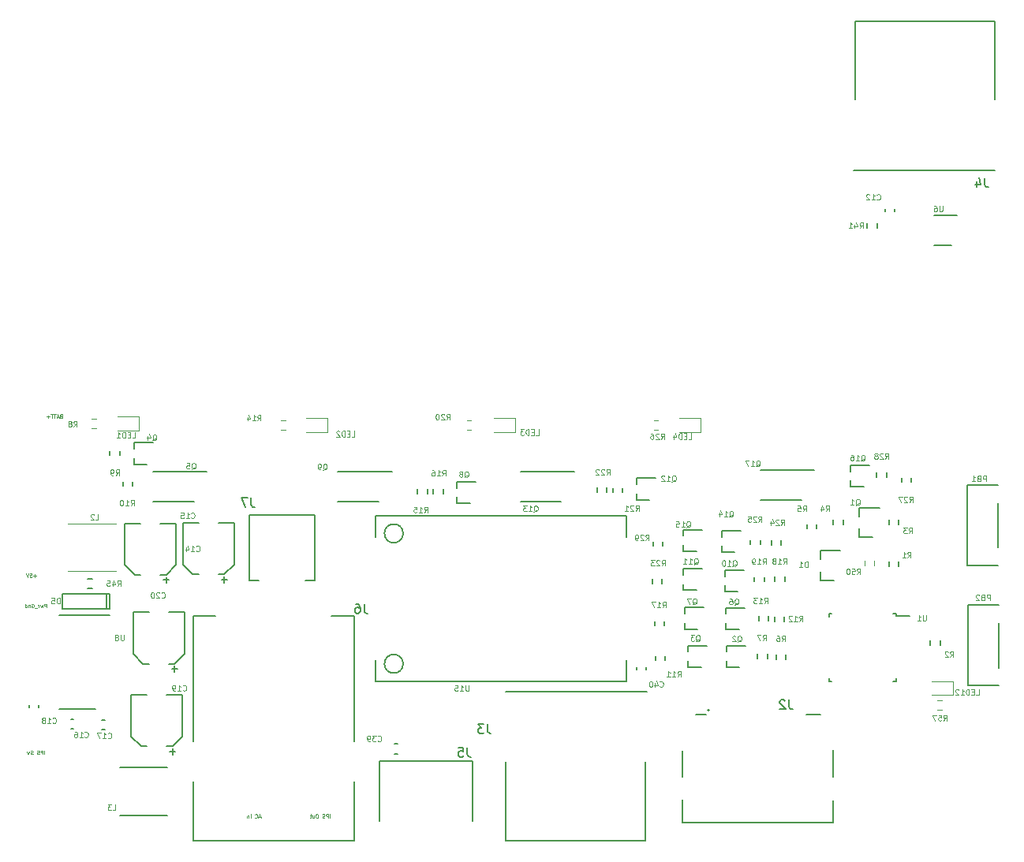
<source format=gbr>
%TF.GenerationSoftware,KiCad,Pcbnew,(6.0.1-0)*%
%TF.CreationDate,2022-04-09T17:35:35-06:00*%
%TF.ProjectId,HAT_CM4_183,4841545f-434d-4345-9f31-38332e6b6963,1.8.3*%
%TF.SameCoordinates,Original*%
%TF.FileFunction,Legend,Bot*%
%TF.FilePolarity,Positive*%
%FSLAX46Y46*%
G04 Gerber Fmt 4.6, Leading zero omitted, Abs format (unit mm)*
G04 Created by KiCad (PCBNEW (6.0.1-0)) date 2022-04-09 17:35:35*
%MOMM*%
%LPD*%
G01*
G04 APERTURE LIST*
%ADD10C,0.100000*%
%ADD11C,0.150000*%
%ADD12C,0.120000*%
G04 APERTURE END LIST*
D10*
X132937619Y-199540952D02*
X132937619Y-199140952D01*
X132747142Y-199540952D02*
X132747142Y-199140952D01*
X132594761Y-199140952D01*
X132556666Y-199160000D01*
X132537619Y-199179047D01*
X132518571Y-199217142D01*
X132518571Y-199274285D01*
X132537619Y-199312380D01*
X132556666Y-199331428D01*
X132594761Y-199350476D01*
X132747142Y-199350476D01*
X132366190Y-199521904D02*
X132309047Y-199540952D01*
X132213809Y-199540952D01*
X132175714Y-199521904D01*
X132156666Y-199502857D01*
X132137619Y-199464761D01*
X132137619Y-199426666D01*
X132156666Y-199388571D01*
X132175714Y-199369523D01*
X132213809Y-199350476D01*
X132290000Y-199331428D01*
X132328095Y-199312380D01*
X132347142Y-199293333D01*
X132366190Y-199255238D01*
X132366190Y-199217142D01*
X132347142Y-199179047D01*
X132328095Y-199160000D01*
X132290000Y-199140952D01*
X132194761Y-199140952D01*
X132137619Y-199160000D01*
X131585238Y-199140952D02*
X131509047Y-199140952D01*
X131470952Y-199160000D01*
X131432857Y-199198095D01*
X131413809Y-199274285D01*
X131413809Y-199407619D01*
X131432857Y-199483809D01*
X131470952Y-199521904D01*
X131509047Y-199540952D01*
X131585238Y-199540952D01*
X131623333Y-199521904D01*
X131661428Y-199483809D01*
X131680476Y-199407619D01*
X131680476Y-199274285D01*
X131661428Y-199198095D01*
X131623333Y-199160000D01*
X131585238Y-199140952D01*
X131070952Y-199274285D02*
X131070952Y-199540952D01*
X131242380Y-199274285D02*
X131242380Y-199483809D01*
X131223333Y-199521904D01*
X131185238Y-199540952D01*
X131128095Y-199540952D01*
X131090000Y-199521904D01*
X131070952Y-199502857D01*
X130937619Y-199274285D02*
X130785238Y-199274285D01*
X130880476Y-199140952D02*
X130880476Y-199483809D01*
X130861428Y-199521904D01*
X130823333Y-199540952D01*
X130785238Y-199540952D01*
X125483809Y-199426666D02*
X125293333Y-199426666D01*
X125521904Y-199540952D02*
X125388571Y-199140952D01*
X125255238Y-199540952D01*
X124893333Y-199502857D02*
X124912380Y-199521904D01*
X124969523Y-199540952D01*
X125007619Y-199540952D01*
X125064761Y-199521904D01*
X125102857Y-199483809D01*
X125121904Y-199445714D01*
X125140952Y-199369523D01*
X125140952Y-199312380D01*
X125121904Y-199236190D01*
X125102857Y-199198095D01*
X125064761Y-199160000D01*
X125007619Y-199140952D01*
X124969523Y-199140952D01*
X124912380Y-199160000D01*
X124893333Y-199179047D01*
X124417142Y-199540952D02*
X124417142Y-199140952D01*
X124226666Y-199274285D02*
X124226666Y-199540952D01*
X124226666Y-199312380D02*
X124207619Y-199293333D01*
X124169523Y-199274285D01*
X124112380Y-199274285D01*
X124074285Y-199293333D01*
X124055238Y-199331428D01*
X124055238Y-199540952D01*
X104075249Y-156411426D02*
X104018106Y-156430474D01*
X103999058Y-156449521D01*
X103980011Y-156487617D01*
X103980011Y-156544759D01*
X103999058Y-156582855D01*
X104018106Y-156601902D01*
X104056201Y-156620950D01*
X104208582Y-156620950D01*
X104208582Y-156220950D01*
X104075249Y-156220950D01*
X104037153Y-156239998D01*
X104018106Y-156259045D01*
X103999058Y-156297140D01*
X103999058Y-156335236D01*
X104018106Y-156373331D01*
X104037153Y-156392378D01*
X104075249Y-156411426D01*
X104208582Y-156411426D01*
X103827630Y-156506664D02*
X103637153Y-156506664D01*
X103865725Y-156620950D02*
X103732391Y-156220950D01*
X103599058Y-156620950D01*
X103522868Y-156220950D02*
X103294296Y-156220950D01*
X103408582Y-156620950D02*
X103408582Y-156220950D01*
X103218106Y-156220950D02*
X102989534Y-156220950D01*
X103103820Y-156620950D02*
X103103820Y-156220950D01*
X102856201Y-156468569D02*
X102551439Y-156468569D01*
X102703820Y-156620950D02*
X102703820Y-156316188D01*
X102502380Y-176950952D02*
X102502380Y-176550952D01*
X102350000Y-176550952D01*
X102311904Y-176570000D01*
X102292857Y-176589047D01*
X102273809Y-176627142D01*
X102273809Y-176684285D01*
X102292857Y-176722380D01*
X102311904Y-176741428D01*
X102350000Y-176760476D01*
X102502380Y-176760476D01*
X102140476Y-176684285D02*
X102064285Y-176950952D01*
X101988095Y-176760476D01*
X101911904Y-176950952D01*
X101835714Y-176684285D01*
X101683333Y-176950952D02*
X101683333Y-176684285D01*
X101683333Y-176760476D02*
X101664285Y-176722380D01*
X101645238Y-176703333D01*
X101607142Y-176684285D01*
X101569047Y-176684285D01*
X101530952Y-176989047D02*
X101226190Y-176989047D01*
X100921428Y-176570000D02*
X100959523Y-176550952D01*
X101016666Y-176550952D01*
X101073809Y-176570000D01*
X101111904Y-176608095D01*
X101130952Y-176646190D01*
X101150000Y-176722380D01*
X101150000Y-176779523D01*
X101130952Y-176855714D01*
X101111904Y-176893809D01*
X101073809Y-176931904D01*
X101016666Y-176950952D01*
X100978571Y-176950952D01*
X100921428Y-176931904D01*
X100902380Y-176912857D01*
X100902380Y-176779523D01*
X100978571Y-176779523D01*
X100730952Y-176684285D02*
X100730952Y-176950952D01*
X100730952Y-176722380D02*
X100711904Y-176703333D01*
X100673809Y-176684285D01*
X100616666Y-176684285D01*
X100578571Y-176703333D01*
X100559523Y-176741428D01*
X100559523Y-176950952D01*
X100197619Y-176950952D02*
X100197619Y-176550952D01*
X100197619Y-176931904D02*
X100235714Y-176950952D01*
X100311904Y-176950952D01*
X100350000Y-176931904D01*
X100369047Y-176912857D01*
X100388095Y-176874761D01*
X100388095Y-176760476D01*
X100369047Y-176722380D01*
X100350000Y-176703333D01*
X100311904Y-176684285D01*
X100235714Y-176684285D01*
X100197619Y-176703333D01*
X102312857Y-192720952D02*
X102312857Y-192320952D01*
X102122380Y-192720952D02*
X102122380Y-192320952D01*
X101970000Y-192320952D01*
X101931904Y-192340000D01*
X101912857Y-192359047D01*
X101893809Y-192397142D01*
X101893809Y-192454285D01*
X101912857Y-192492380D01*
X101931904Y-192511428D01*
X101970000Y-192530476D01*
X102122380Y-192530476D01*
X101741428Y-192701904D02*
X101684285Y-192720952D01*
X101589047Y-192720952D01*
X101550952Y-192701904D01*
X101531904Y-192682857D01*
X101512857Y-192644761D01*
X101512857Y-192606666D01*
X101531904Y-192568571D01*
X101550952Y-192549523D01*
X101589047Y-192530476D01*
X101665238Y-192511428D01*
X101703333Y-192492380D01*
X101722380Y-192473333D01*
X101741428Y-192435238D01*
X101741428Y-192397142D01*
X101722380Y-192359047D01*
X101703333Y-192340000D01*
X101665238Y-192320952D01*
X101570000Y-192320952D01*
X101512857Y-192340000D01*
X101055714Y-192701904D02*
X100998571Y-192720952D01*
X100903333Y-192720952D01*
X100865238Y-192701904D01*
X100846190Y-192682857D01*
X100827142Y-192644761D01*
X100827142Y-192606666D01*
X100846190Y-192568571D01*
X100865238Y-192549523D01*
X100903333Y-192530476D01*
X100979523Y-192511428D01*
X101017619Y-192492380D01*
X101036666Y-192473333D01*
X101055714Y-192435238D01*
X101055714Y-192397142D01*
X101036666Y-192359047D01*
X101017619Y-192340000D01*
X100979523Y-192320952D01*
X100884285Y-192320952D01*
X100827142Y-192340000D01*
X100693809Y-192454285D02*
X100617619Y-192720952D01*
X100541428Y-192530476D01*
X100465238Y-192720952D01*
X100389047Y-192454285D01*
X101414285Y-173538571D02*
X101109523Y-173538571D01*
X101261904Y-173690952D02*
X101261904Y-173386190D01*
X100728571Y-173290952D02*
X100919047Y-173290952D01*
X100938095Y-173481428D01*
X100919047Y-173462380D01*
X100880952Y-173443333D01*
X100785714Y-173443333D01*
X100747619Y-173462380D01*
X100728571Y-173481428D01*
X100709523Y-173519523D01*
X100709523Y-173614761D01*
X100728571Y-173652857D01*
X100747619Y-173671904D01*
X100785714Y-173690952D01*
X100880952Y-173690952D01*
X100919047Y-173671904D01*
X100938095Y-173652857D01*
X100595238Y-173290952D02*
X100461904Y-173690952D01*
X100328571Y-173290952D01*
D11*
%TO.C,J4*%
X203233333Y-130842380D02*
X203233333Y-131556666D01*
X203280952Y-131699523D01*
X203376190Y-131794761D01*
X203519047Y-131842380D01*
X203614285Y-131842380D01*
X202328571Y-131175714D02*
X202328571Y-131842380D01*
X202566666Y-130794761D02*
X202804761Y-131509047D01*
X202185714Y-131509047D01*
D10*
%TO.C,C16*%
X106625714Y-190834285D02*
X106654285Y-190862857D01*
X106740000Y-190891428D01*
X106797142Y-190891428D01*
X106882857Y-190862857D01*
X106940000Y-190805714D01*
X106968571Y-190748571D01*
X106997142Y-190634285D01*
X106997142Y-190548571D01*
X106968571Y-190434285D01*
X106940000Y-190377142D01*
X106882857Y-190320000D01*
X106797142Y-190291428D01*
X106740000Y-190291428D01*
X106654285Y-190320000D01*
X106625714Y-190348571D01*
X106054285Y-190891428D02*
X106397142Y-190891428D01*
X106225714Y-190891428D02*
X106225714Y-190291428D01*
X106282857Y-190377142D01*
X106340000Y-190434285D01*
X106397142Y-190462857D01*
X105540000Y-190291428D02*
X105654285Y-190291428D01*
X105711428Y-190320000D01*
X105740000Y-190348571D01*
X105797142Y-190434285D01*
X105825714Y-190548571D01*
X105825714Y-190777142D01*
X105797142Y-190834285D01*
X105768571Y-190862857D01*
X105711428Y-190891428D01*
X105597142Y-190891428D01*
X105540000Y-190862857D01*
X105511428Y-190834285D01*
X105482857Y-190777142D01*
X105482857Y-190634285D01*
X105511428Y-190577142D01*
X105540000Y-190548571D01*
X105597142Y-190520000D01*
X105711428Y-190520000D01*
X105768571Y-190548571D01*
X105797142Y-190577142D01*
X105825714Y-190634285D01*
%TO.C,C40*%
X168345714Y-185414285D02*
X168374285Y-185442857D01*
X168460000Y-185471428D01*
X168517142Y-185471428D01*
X168602857Y-185442857D01*
X168660000Y-185385714D01*
X168688571Y-185328571D01*
X168717142Y-185214285D01*
X168717142Y-185128571D01*
X168688571Y-185014285D01*
X168660000Y-184957142D01*
X168602857Y-184900000D01*
X168517142Y-184871428D01*
X168460000Y-184871428D01*
X168374285Y-184900000D01*
X168345714Y-184928571D01*
X167831428Y-185071428D02*
X167831428Y-185471428D01*
X167974285Y-184842857D02*
X168117142Y-185271428D01*
X167745714Y-185271428D01*
X167402857Y-184871428D02*
X167345714Y-184871428D01*
X167288571Y-184900000D01*
X167260000Y-184928571D01*
X167231428Y-184985714D01*
X167202857Y-185100000D01*
X167202857Y-185242857D01*
X167231428Y-185357142D01*
X167260000Y-185414285D01*
X167288571Y-185442857D01*
X167345714Y-185471428D01*
X167402857Y-185471428D01*
X167460000Y-185442857D01*
X167488571Y-185414285D01*
X167517142Y-185357142D01*
X167545714Y-185242857D01*
X167545714Y-185100000D01*
X167517142Y-184985714D01*
X167488571Y-184928571D01*
X167460000Y-184900000D01*
X167402857Y-184871428D01*
%TO.C,C20*%
X114865714Y-175874285D02*
X114894285Y-175902857D01*
X114980000Y-175931428D01*
X115037142Y-175931428D01*
X115122857Y-175902857D01*
X115180000Y-175845714D01*
X115208571Y-175788571D01*
X115237142Y-175674285D01*
X115237142Y-175588571D01*
X115208571Y-175474285D01*
X115180000Y-175417142D01*
X115122857Y-175360000D01*
X115037142Y-175331428D01*
X114980000Y-175331428D01*
X114894285Y-175360000D01*
X114865714Y-175388571D01*
X114637142Y-175388571D02*
X114608571Y-175360000D01*
X114551428Y-175331428D01*
X114408571Y-175331428D01*
X114351428Y-175360000D01*
X114322857Y-175388571D01*
X114294285Y-175445714D01*
X114294285Y-175502857D01*
X114322857Y-175588571D01*
X114665714Y-175931428D01*
X114294285Y-175931428D01*
X113922857Y-175331428D02*
X113865714Y-175331428D01*
X113808571Y-175360000D01*
X113780000Y-175388571D01*
X113751428Y-175445714D01*
X113722857Y-175560000D01*
X113722857Y-175702857D01*
X113751428Y-175817142D01*
X113780000Y-175874285D01*
X113808571Y-175902857D01*
X113865714Y-175931428D01*
X113922857Y-175931428D01*
X113980000Y-175902857D01*
X114008571Y-175874285D01*
X114037142Y-175817142D01*
X114065714Y-175702857D01*
X114065714Y-175560000D01*
X114037142Y-175445714D01*
X114008571Y-175388571D01*
X113980000Y-175360000D01*
X113922857Y-175331428D01*
%TO.C,R2*%
X199500000Y-182281428D02*
X199700000Y-181995714D01*
X199842857Y-182281428D02*
X199842857Y-181681428D01*
X199614285Y-181681428D01*
X199557142Y-181710000D01*
X199528571Y-181738571D01*
X199500000Y-181795714D01*
X199500000Y-181881428D01*
X199528571Y-181938571D01*
X199557142Y-181967142D01*
X199614285Y-181995714D01*
X199842857Y-181995714D01*
X199271428Y-181738571D02*
X199242857Y-181710000D01*
X199185714Y-181681428D01*
X199042857Y-181681428D01*
X198985714Y-181710000D01*
X198957142Y-181738571D01*
X198928571Y-181795714D01*
X198928571Y-181852857D01*
X198957142Y-181938571D01*
X199300000Y-182281428D01*
X198928571Y-182281428D01*
%TO.C,U6*%
X198682044Y-133841428D02*
X198682044Y-134327142D01*
X198653473Y-134384285D01*
X198624902Y-134412857D01*
X198567759Y-134441428D01*
X198453473Y-134441428D01*
X198396330Y-134412857D01*
X198367759Y-134384285D01*
X198339187Y-134327142D01*
X198339187Y-133841428D01*
X197796330Y-133841428D02*
X197910616Y-133841428D01*
X197967759Y-133870000D01*
X197996330Y-133898571D01*
X198053473Y-133984285D01*
X198082044Y-134098571D01*
X198082044Y-134327142D01*
X198053473Y-134384285D01*
X198024902Y-134412857D01*
X197967759Y-134441428D01*
X197853473Y-134441428D01*
X197796330Y-134412857D01*
X197767759Y-134384285D01*
X197739187Y-134327142D01*
X197739187Y-134184285D01*
X197767759Y-134127142D01*
X197796330Y-134098571D01*
X197853473Y-134070000D01*
X197967759Y-134070000D01*
X198024902Y-134098571D01*
X198053473Y-134127142D01*
X198082044Y-134184285D01*
%TO.C,R28*%
X192525714Y-161001428D02*
X192725714Y-160715714D01*
X192868571Y-161001428D02*
X192868571Y-160401428D01*
X192640000Y-160401428D01*
X192582857Y-160430000D01*
X192554285Y-160458571D01*
X192525714Y-160515714D01*
X192525714Y-160601428D01*
X192554285Y-160658571D01*
X192582857Y-160687142D01*
X192640000Y-160715714D01*
X192868571Y-160715714D01*
X192297142Y-160458571D02*
X192268571Y-160430000D01*
X192211428Y-160401428D01*
X192068571Y-160401428D01*
X192011428Y-160430000D01*
X191982857Y-160458571D01*
X191954285Y-160515714D01*
X191954285Y-160572857D01*
X191982857Y-160658571D01*
X192325714Y-161001428D01*
X191954285Y-161001428D01*
X191611428Y-160658571D02*
X191668571Y-160630000D01*
X191697142Y-160601428D01*
X191725714Y-160544285D01*
X191725714Y-160515714D01*
X191697142Y-160458571D01*
X191668571Y-160430000D01*
X191611428Y-160401428D01*
X191497142Y-160401428D01*
X191440000Y-160430000D01*
X191411428Y-160458571D01*
X191382857Y-160515714D01*
X191382857Y-160544285D01*
X191411428Y-160601428D01*
X191440000Y-160630000D01*
X191497142Y-160658571D01*
X191611428Y-160658571D01*
X191668571Y-160687142D01*
X191697142Y-160715714D01*
X191725714Y-160772857D01*
X191725714Y-160887142D01*
X191697142Y-160944285D01*
X191668571Y-160972857D01*
X191611428Y-161001428D01*
X191497142Y-161001428D01*
X191440000Y-160972857D01*
X191411428Y-160944285D01*
X191382857Y-160887142D01*
X191382857Y-160772857D01*
X191411428Y-160715714D01*
X191440000Y-160687142D01*
X191497142Y-160658571D01*
%TO.C,R19*%
X179375714Y-172311428D02*
X179575714Y-172025714D01*
X179718571Y-172311428D02*
X179718571Y-171711428D01*
X179490000Y-171711428D01*
X179432857Y-171740000D01*
X179404285Y-171768571D01*
X179375714Y-171825714D01*
X179375714Y-171911428D01*
X179404285Y-171968571D01*
X179432857Y-171997142D01*
X179490000Y-172025714D01*
X179718571Y-172025714D01*
X178804285Y-172311428D02*
X179147142Y-172311428D01*
X178975714Y-172311428D02*
X178975714Y-171711428D01*
X179032857Y-171797142D01*
X179090000Y-171854285D01*
X179147142Y-171882857D01*
X178518571Y-172311428D02*
X178404285Y-172311428D01*
X178347142Y-172282857D01*
X178318571Y-172254285D01*
X178261428Y-172168571D01*
X178232857Y-172054285D01*
X178232857Y-171825714D01*
X178261428Y-171768571D01*
X178290000Y-171740000D01*
X178347142Y-171711428D01*
X178461428Y-171711428D01*
X178518571Y-171740000D01*
X178547142Y-171768571D01*
X178575714Y-171825714D01*
X178575714Y-171968571D01*
X178547142Y-172025714D01*
X178518571Y-172054285D01*
X178461428Y-172082857D01*
X178347142Y-172082857D01*
X178290000Y-172054285D01*
X178261428Y-172025714D01*
X178232857Y-171968571D01*
%TO.C,R3*%
X195070000Y-168991428D02*
X195270000Y-168705714D01*
X195412857Y-168991428D02*
X195412857Y-168391428D01*
X195184285Y-168391428D01*
X195127142Y-168420000D01*
X195098571Y-168448571D01*
X195070000Y-168505714D01*
X195070000Y-168591428D01*
X195098571Y-168648571D01*
X195127142Y-168677142D01*
X195184285Y-168705714D01*
X195412857Y-168705714D01*
X194870000Y-168391428D02*
X194498571Y-168391428D01*
X194698571Y-168620000D01*
X194612857Y-168620000D01*
X194555714Y-168648571D01*
X194527142Y-168677142D01*
X194498571Y-168734285D01*
X194498571Y-168877142D01*
X194527142Y-168934285D01*
X194555714Y-168962857D01*
X194612857Y-168991428D01*
X194784285Y-168991428D01*
X194841428Y-168962857D01*
X194870000Y-168934285D01*
%TO.C,Q16*%
X189922857Y-161208571D02*
X189980000Y-161180000D01*
X190037142Y-161122857D01*
X190122857Y-161037142D01*
X190180000Y-161008571D01*
X190237142Y-161008571D01*
X190208571Y-161151428D02*
X190265714Y-161122857D01*
X190322857Y-161065714D01*
X190351428Y-160951428D01*
X190351428Y-160751428D01*
X190322857Y-160637142D01*
X190265714Y-160580000D01*
X190208571Y-160551428D01*
X190094285Y-160551428D01*
X190037142Y-160580000D01*
X189980000Y-160637142D01*
X189951428Y-160751428D01*
X189951428Y-160951428D01*
X189980000Y-161065714D01*
X190037142Y-161122857D01*
X190094285Y-161151428D01*
X190208571Y-161151428D01*
X189380000Y-161151428D02*
X189722857Y-161151428D01*
X189551428Y-161151428D02*
X189551428Y-160551428D01*
X189608571Y-160637142D01*
X189665714Y-160694285D01*
X189722857Y-160722857D01*
X188865714Y-160551428D02*
X188980000Y-160551428D01*
X189037142Y-160580000D01*
X189065714Y-160608571D01*
X189122857Y-160694285D01*
X189151428Y-160808571D01*
X189151428Y-161037142D01*
X189122857Y-161094285D01*
X189094285Y-161122857D01*
X189037142Y-161151428D01*
X188922857Y-161151428D01*
X188865714Y-161122857D01*
X188837142Y-161094285D01*
X188808571Y-161037142D01*
X188808571Y-160894285D01*
X188837142Y-160837142D01*
X188865714Y-160808571D01*
X188922857Y-160780000D01*
X189037142Y-160780000D01*
X189094285Y-160808571D01*
X189122857Y-160837142D01*
X189151428Y-160894285D01*
%TO.C,R16*%
X144985714Y-162821428D02*
X145185714Y-162535714D01*
X145328571Y-162821428D02*
X145328571Y-162221428D01*
X145100000Y-162221428D01*
X145042857Y-162250000D01*
X145014285Y-162278571D01*
X144985714Y-162335714D01*
X144985714Y-162421428D01*
X145014285Y-162478571D01*
X145042857Y-162507142D01*
X145100000Y-162535714D01*
X145328571Y-162535714D01*
X144414285Y-162821428D02*
X144757142Y-162821428D01*
X144585714Y-162821428D02*
X144585714Y-162221428D01*
X144642857Y-162307142D01*
X144700000Y-162364285D01*
X144757142Y-162392857D01*
X143900000Y-162221428D02*
X144014285Y-162221428D01*
X144071428Y-162250000D01*
X144100000Y-162278571D01*
X144157142Y-162364285D01*
X144185714Y-162478571D01*
X144185714Y-162707142D01*
X144157142Y-162764285D01*
X144128571Y-162792857D01*
X144071428Y-162821428D01*
X143957142Y-162821428D01*
X143900000Y-162792857D01*
X143871428Y-162764285D01*
X143842857Y-162707142D01*
X143842857Y-162564285D01*
X143871428Y-162507142D01*
X143900000Y-162478571D01*
X143957142Y-162450000D01*
X144071428Y-162450000D01*
X144128571Y-162478571D01*
X144157142Y-162507142D01*
X144185714Y-162564285D01*
D11*
%TO.C,J6*%
X136613333Y-176572380D02*
X136613333Y-177286666D01*
X136660952Y-177429523D01*
X136756190Y-177524761D01*
X136899047Y-177572380D01*
X136994285Y-177572380D01*
X135708571Y-176572380D02*
X135899047Y-176572380D01*
X135994285Y-176620000D01*
X136041904Y-176667619D01*
X136137142Y-176810476D01*
X136184761Y-177000952D01*
X136184761Y-177381904D01*
X136137142Y-177477142D01*
X136089523Y-177524761D01*
X135994285Y-177572380D01*
X135803809Y-177572380D01*
X135708571Y-177524761D01*
X135660952Y-177477142D01*
X135613333Y-177381904D01*
X135613333Y-177143809D01*
X135660952Y-177048571D01*
X135708571Y-177000952D01*
X135803809Y-176953333D01*
X135994285Y-176953333D01*
X136089523Y-177000952D01*
X136137142Y-177048571D01*
X136184761Y-177143809D01*
D10*
%TO.C,R11*%
X170255714Y-184411428D02*
X170455714Y-184125714D01*
X170598571Y-184411428D02*
X170598571Y-183811428D01*
X170370000Y-183811428D01*
X170312857Y-183840000D01*
X170284285Y-183868571D01*
X170255714Y-183925714D01*
X170255714Y-184011428D01*
X170284285Y-184068571D01*
X170312857Y-184097142D01*
X170370000Y-184125714D01*
X170598571Y-184125714D01*
X169684285Y-184411428D02*
X170027142Y-184411428D01*
X169855714Y-184411428D02*
X169855714Y-183811428D01*
X169912857Y-183897142D01*
X169970000Y-183954285D01*
X170027142Y-183982857D01*
X169112857Y-184411428D02*
X169455714Y-184411428D01*
X169284285Y-184411428D02*
X169284285Y-183811428D01*
X169341428Y-183897142D01*
X169398571Y-183954285D01*
X169455714Y-183982857D01*
%TO.C,R12*%
X183315714Y-178431428D02*
X183515714Y-178145714D01*
X183658571Y-178431428D02*
X183658571Y-177831428D01*
X183430000Y-177831428D01*
X183372857Y-177860000D01*
X183344285Y-177888571D01*
X183315714Y-177945714D01*
X183315714Y-178031428D01*
X183344285Y-178088571D01*
X183372857Y-178117142D01*
X183430000Y-178145714D01*
X183658571Y-178145714D01*
X182744285Y-178431428D02*
X183087142Y-178431428D01*
X182915714Y-178431428D02*
X182915714Y-177831428D01*
X182972857Y-177917142D01*
X183030000Y-177974285D01*
X183087142Y-178002857D01*
X182515714Y-177888571D02*
X182487142Y-177860000D01*
X182430000Y-177831428D01*
X182287142Y-177831428D01*
X182230000Y-177860000D01*
X182201428Y-177888571D01*
X182172857Y-177945714D01*
X182172857Y-178002857D01*
X182201428Y-178088571D01*
X182544285Y-178431428D01*
X182172857Y-178431428D01*
%TO.C,PB1*%
X203332857Y-163421428D02*
X203332857Y-162821428D01*
X203104285Y-162821428D01*
X203047142Y-162850000D01*
X203018571Y-162878571D01*
X202990000Y-162935714D01*
X202990000Y-163021428D01*
X203018571Y-163078571D01*
X203047142Y-163107142D01*
X203104285Y-163135714D01*
X203332857Y-163135714D01*
X202532857Y-163107142D02*
X202447142Y-163135714D01*
X202418571Y-163164285D01*
X202390000Y-163221428D01*
X202390000Y-163307142D01*
X202418571Y-163364285D01*
X202447142Y-163392857D01*
X202504285Y-163421428D01*
X202732857Y-163421428D01*
X202732857Y-162821428D01*
X202532857Y-162821428D01*
X202475714Y-162850000D01*
X202447142Y-162878571D01*
X202418571Y-162935714D01*
X202418571Y-162992857D01*
X202447142Y-163050000D01*
X202475714Y-163078571D01*
X202532857Y-163107142D01*
X202732857Y-163107142D01*
X201818571Y-163421428D02*
X202161428Y-163421428D01*
X201990000Y-163421428D02*
X201990000Y-162821428D01*
X202047142Y-162907142D01*
X202104285Y-162964285D01*
X202161428Y-162992857D01*
%TO.C,R57*%
X198795714Y-189091428D02*
X198995714Y-188805714D01*
X199138571Y-189091428D02*
X199138571Y-188491428D01*
X198910000Y-188491428D01*
X198852857Y-188520000D01*
X198824285Y-188548571D01*
X198795714Y-188605714D01*
X198795714Y-188691428D01*
X198824285Y-188748571D01*
X198852857Y-188777142D01*
X198910000Y-188805714D01*
X199138571Y-188805714D01*
X198252857Y-188491428D02*
X198538571Y-188491428D01*
X198567142Y-188777142D01*
X198538571Y-188748571D01*
X198481428Y-188720000D01*
X198338571Y-188720000D01*
X198281428Y-188748571D01*
X198252857Y-188777142D01*
X198224285Y-188834285D01*
X198224285Y-188977142D01*
X198252857Y-189034285D01*
X198281428Y-189062857D01*
X198338571Y-189091428D01*
X198481428Y-189091428D01*
X198538571Y-189062857D01*
X198567142Y-189034285D01*
X198024285Y-188491428D02*
X197624285Y-188491428D01*
X197881428Y-189091428D01*
%TO.C,R27*%
X195125714Y-165651428D02*
X195325714Y-165365714D01*
X195468571Y-165651428D02*
X195468571Y-165051428D01*
X195240000Y-165051428D01*
X195182857Y-165080000D01*
X195154285Y-165108571D01*
X195125714Y-165165714D01*
X195125714Y-165251428D01*
X195154285Y-165308571D01*
X195182857Y-165337142D01*
X195240000Y-165365714D01*
X195468571Y-165365714D01*
X194897142Y-165108571D02*
X194868571Y-165080000D01*
X194811428Y-165051428D01*
X194668571Y-165051428D01*
X194611428Y-165080000D01*
X194582857Y-165108571D01*
X194554285Y-165165714D01*
X194554285Y-165222857D01*
X194582857Y-165308571D01*
X194925714Y-165651428D01*
X194554285Y-165651428D01*
X194354285Y-165051428D02*
X193954285Y-165051428D01*
X194211428Y-165651428D01*
%TO.C,R26*%
X168475714Y-158871428D02*
X168675714Y-158585714D01*
X168818571Y-158871428D02*
X168818571Y-158271428D01*
X168590000Y-158271428D01*
X168532857Y-158300000D01*
X168504285Y-158328571D01*
X168475714Y-158385714D01*
X168475714Y-158471428D01*
X168504285Y-158528571D01*
X168532857Y-158557142D01*
X168590000Y-158585714D01*
X168818571Y-158585714D01*
X168247142Y-158328571D02*
X168218571Y-158300000D01*
X168161428Y-158271428D01*
X168018571Y-158271428D01*
X167961428Y-158300000D01*
X167932857Y-158328571D01*
X167904285Y-158385714D01*
X167904285Y-158442857D01*
X167932857Y-158528571D01*
X168275714Y-158871428D01*
X167904285Y-158871428D01*
X167390000Y-158271428D02*
X167504285Y-158271428D01*
X167561428Y-158300000D01*
X167590000Y-158328571D01*
X167647142Y-158414285D01*
X167675714Y-158528571D01*
X167675714Y-158757142D01*
X167647142Y-158814285D01*
X167618571Y-158842857D01*
X167561428Y-158871428D01*
X167447142Y-158871428D01*
X167390000Y-158842857D01*
X167361428Y-158814285D01*
X167332857Y-158757142D01*
X167332857Y-158614285D01*
X167361428Y-158557142D01*
X167390000Y-158528571D01*
X167447142Y-158500000D01*
X167561428Y-158500000D01*
X167618571Y-158528571D01*
X167647142Y-158557142D01*
X167675714Y-158614285D01*
%TO.C,LED3*%
X155031428Y-158431428D02*
X155317142Y-158431428D01*
X155317142Y-157831428D01*
X154831428Y-158117142D02*
X154631428Y-158117142D01*
X154545714Y-158431428D02*
X154831428Y-158431428D01*
X154831428Y-157831428D01*
X154545714Y-157831428D01*
X154288571Y-158431428D02*
X154288571Y-157831428D01*
X154145714Y-157831428D01*
X154060000Y-157860000D01*
X154002857Y-157917142D01*
X153974285Y-157974285D01*
X153945714Y-158088571D01*
X153945714Y-158174285D01*
X153974285Y-158288571D01*
X154002857Y-158345714D01*
X154060000Y-158402857D01*
X154145714Y-158431428D01*
X154288571Y-158431428D01*
X153745714Y-157831428D02*
X153374285Y-157831428D01*
X153574285Y-158060000D01*
X153488571Y-158060000D01*
X153431428Y-158088571D01*
X153402857Y-158117142D01*
X153374285Y-158174285D01*
X153374285Y-158317142D01*
X153402857Y-158374285D01*
X153431428Y-158402857D01*
X153488571Y-158431428D01*
X153660000Y-158431428D01*
X153717142Y-158402857D01*
X153745714Y-158374285D01*
%TO.C,R8*%
X105440000Y-157541428D02*
X105640000Y-157255714D01*
X105782857Y-157541428D02*
X105782857Y-156941428D01*
X105554285Y-156941428D01*
X105497142Y-156970000D01*
X105468571Y-156998571D01*
X105440000Y-157055714D01*
X105440000Y-157141428D01*
X105468571Y-157198571D01*
X105497142Y-157227142D01*
X105554285Y-157255714D01*
X105782857Y-157255714D01*
X105097142Y-157198571D02*
X105154285Y-157170000D01*
X105182857Y-157141428D01*
X105211428Y-157084285D01*
X105211428Y-157055714D01*
X105182857Y-156998571D01*
X105154285Y-156970000D01*
X105097142Y-156941428D01*
X104982857Y-156941428D01*
X104925714Y-156970000D01*
X104897142Y-156998571D01*
X104868571Y-157055714D01*
X104868571Y-157084285D01*
X104897142Y-157141428D01*
X104925714Y-157170000D01*
X104982857Y-157198571D01*
X105097142Y-157198571D01*
X105154285Y-157227142D01*
X105182857Y-157255714D01*
X105211428Y-157312857D01*
X105211428Y-157427142D01*
X105182857Y-157484285D01*
X105154285Y-157512857D01*
X105097142Y-157541428D01*
X104982857Y-157541428D01*
X104925714Y-157512857D01*
X104897142Y-157484285D01*
X104868571Y-157427142D01*
X104868571Y-157312857D01*
X104897142Y-157255714D01*
X104925714Y-157227142D01*
X104982857Y-157198571D01*
%TO.C,R13*%
X179555714Y-176501428D02*
X179755714Y-176215714D01*
X179898571Y-176501428D02*
X179898571Y-175901428D01*
X179670000Y-175901428D01*
X179612857Y-175930000D01*
X179584285Y-175958571D01*
X179555714Y-176015714D01*
X179555714Y-176101428D01*
X179584285Y-176158571D01*
X179612857Y-176187142D01*
X179670000Y-176215714D01*
X179898571Y-176215714D01*
X178984285Y-176501428D02*
X179327142Y-176501428D01*
X179155714Y-176501428D02*
X179155714Y-175901428D01*
X179212857Y-175987142D01*
X179270000Y-176044285D01*
X179327142Y-176072857D01*
X178784285Y-175901428D02*
X178412857Y-175901428D01*
X178612857Y-176130000D01*
X178527142Y-176130000D01*
X178470000Y-176158571D01*
X178441428Y-176187142D01*
X178412857Y-176244285D01*
X178412857Y-176387142D01*
X178441428Y-176444285D01*
X178470000Y-176472857D01*
X178527142Y-176501428D01*
X178698571Y-176501428D01*
X178755714Y-176472857D01*
X178784285Y-176444285D01*
%TO.C,Q9*%
X132177142Y-162198571D02*
X132234285Y-162170000D01*
X132291428Y-162112857D01*
X132377142Y-162027142D01*
X132434285Y-161998571D01*
X132491428Y-161998571D01*
X132462857Y-162141428D02*
X132520000Y-162112857D01*
X132577142Y-162055714D01*
X132605714Y-161941428D01*
X132605714Y-161741428D01*
X132577142Y-161627142D01*
X132520000Y-161570000D01*
X132462857Y-161541428D01*
X132348571Y-161541428D01*
X132291428Y-161570000D01*
X132234285Y-161627142D01*
X132205714Y-161741428D01*
X132205714Y-161941428D01*
X132234285Y-162055714D01*
X132291428Y-162112857D01*
X132348571Y-162141428D01*
X132462857Y-162141428D01*
X131920000Y-162141428D02*
X131805714Y-162141428D01*
X131748571Y-162112857D01*
X131720000Y-162084285D01*
X131662857Y-161998571D01*
X131634285Y-161884285D01*
X131634285Y-161655714D01*
X131662857Y-161598571D01*
X131691428Y-161570000D01*
X131748571Y-161541428D01*
X131862857Y-161541428D01*
X131920000Y-161570000D01*
X131948571Y-161598571D01*
X131977142Y-161655714D01*
X131977142Y-161798571D01*
X131948571Y-161855714D01*
X131920000Y-161884285D01*
X131862857Y-161912857D01*
X131748571Y-161912857D01*
X131691428Y-161884285D01*
X131662857Y-161855714D01*
X131634285Y-161798571D01*
%TO.C,C39*%
X138075714Y-191254285D02*
X138104285Y-191282857D01*
X138190000Y-191311428D01*
X138247142Y-191311428D01*
X138332857Y-191282857D01*
X138390000Y-191225714D01*
X138418571Y-191168571D01*
X138447142Y-191054285D01*
X138447142Y-190968571D01*
X138418571Y-190854285D01*
X138390000Y-190797142D01*
X138332857Y-190740000D01*
X138247142Y-190711428D01*
X138190000Y-190711428D01*
X138104285Y-190740000D01*
X138075714Y-190768571D01*
X137875714Y-190711428D02*
X137504285Y-190711428D01*
X137704285Y-190940000D01*
X137618571Y-190940000D01*
X137561428Y-190968571D01*
X137532857Y-190997142D01*
X137504285Y-191054285D01*
X137504285Y-191197142D01*
X137532857Y-191254285D01*
X137561428Y-191282857D01*
X137618571Y-191311428D01*
X137790000Y-191311428D01*
X137847142Y-191282857D01*
X137875714Y-191254285D01*
X137218571Y-191311428D02*
X137104285Y-191311428D01*
X137047142Y-191282857D01*
X137018571Y-191254285D01*
X136961428Y-191168571D01*
X136932857Y-191054285D01*
X136932857Y-190825714D01*
X136961428Y-190768571D01*
X136990000Y-190740000D01*
X137047142Y-190711428D01*
X137161428Y-190711428D01*
X137218571Y-190740000D01*
X137247142Y-190768571D01*
X137275714Y-190825714D01*
X137275714Y-190968571D01*
X137247142Y-191025714D01*
X137218571Y-191054285D01*
X137161428Y-191082857D01*
X137047142Y-191082857D01*
X136990000Y-191054285D01*
X136961428Y-191025714D01*
X136932857Y-190968571D01*
%TO.C,R21*%
X165755714Y-166581428D02*
X165955714Y-166295714D01*
X166098571Y-166581428D02*
X166098571Y-165981428D01*
X165870000Y-165981428D01*
X165812857Y-166010000D01*
X165784285Y-166038571D01*
X165755714Y-166095714D01*
X165755714Y-166181428D01*
X165784285Y-166238571D01*
X165812857Y-166267142D01*
X165870000Y-166295714D01*
X166098571Y-166295714D01*
X165527142Y-166038571D02*
X165498571Y-166010000D01*
X165441428Y-165981428D01*
X165298571Y-165981428D01*
X165241428Y-166010000D01*
X165212857Y-166038571D01*
X165184285Y-166095714D01*
X165184285Y-166152857D01*
X165212857Y-166238571D01*
X165555714Y-166581428D01*
X165184285Y-166581428D01*
X164612857Y-166581428D02*
X164955714Y-166581428D01*
X164784285Y-166581428D02*
X164784285Y-165981428D01*
X164841428Y-166067142D01*
X164898571Y-166124285D01*
X164955714Y-166152857D01*
%TO.C,C15*%
X118045714Y-167304285D02*
X118074285Y-167332857D01*
X118160000Y-167361428D01*
X118217142Y-167361428D01*
X118302857Y-167332857D01*
X118360000Y-167275714D01*
X118388571Y-167218571D01*
X118417142Y-167104285D01*
X118417142Y-167018571D01*
X118388571Y-166904285D01*
X118360000Y-166847142D01*
X118302857Y-166790000D01*
X118217142Y-166761428D01*
X118160000Y-166761428D01*
X118074285Y-166790000D01*
X118045714Y-166818571D01*
X117474285Y-167361428D02*
X117817142Y-167361428D01*
X117645714Y-167361428D02*
X117645714Y-166761428D01*
X117702857Y-166847142D01*
X117760000Y-166904285D01*
X117817142Y-166932857D01*
X116931428Y-166761428D02*
X117217142Y-166761428D01*
X117245714Y-167047142D01*
X117217142Y-167018571D01*
X117160000Y-166990000D01*
X117017142Y-166990000D01*
X116960000Y-167018571D01*
X116931428Y-167047142D01*
X116902857Y-167104285D01*
X116902857Y-167247142D01*
X116931428Y-167304285D01*
X116960000Y-167332857D01*
X117017142Y-167361428D01*
X117160000Y-167361428D01*
X117217142Y-167332857D01*
X117245714Y-167304285D01*
%TO.C,R1*%
X194930000Y-171591428D02*
X195130000Y-171305714D01*
X195272857Y-171591428D02*
X195272857Y-170991428D01*
X195044285Y-170991428D01*
X194987142Y-171020000D01*
X194958571Y-171048571D01*
X194930000Y-171105714D01*
X194930000Y-171191428D01*
X194958571Y-171248571D01*
X194987142Y-171277142D01*
X195044285Y-171305714D01*
X195272857Y-171305714D01*
X194358571Y-171591428D02*
X194701428Y-171591428D01*
X194530000Y-171591428D02*
X194530000Y-170991428D01*
X194587142Y-171077142D01*
X194644285Y-171134285D01*
X194701428Y-171162857D01*
%TO.C,LED4*%
X171431428Y-158861428D02*
X171717142Y-158861428D01*
X171717142Y-158261428D01*
X171231428Y-158547142D02*
X171031428Y-158547142D01*
X170945714Y-158861428D02*
X171231428Y-158861428D01*
X171231428Y-158261428D01*
X170945714Y-158261428D01*
X170688571Y-158861428D02*
X170688571Y-158261428D01*
X170545714Y-158261428D01*
X170460000Y-158290000D01*
X170402857Y-158347142D01*
X170374285Y-158404285D01*
X170345714Y-158518571D01*
X170345714Y-158604285D01*
X170374285Y-158718571D01*
X170402857Y-158775714D01*
X170460000Y-158832857D01*
X170545714Y-158861428D01*
X170688571Y-158861428D01*
X169831428Y-158461428D02*
X169831428Y-158861428D01*
X169974285Y-158232857D02*
X170117142Y-158661428D01*
X169745714Y-158661428D01*
%TO.C,R9*%
X109950000Y-162751428D02*
X110150000Y-162465714D01*
X110292857Y-162751428D02*
X110292857Y-162151428D01*
X110064285Y-162151428D01*
X110007142Y-162180000D01*
X109978571Y-162208571D01*
X109950000Y-162265714D01*
X109950000Y-162351428D01*
X109978571Y-162408571D01*
X110007142Y-162437142D01*
X110064285Y-162465714D01*
X110292857Y-162465714D01*
X109664285Y-162751428D02*
X109550000Y-162751428D01*
X109492857Y-162722857D01*
X109464285Y-162694285D01*
X109407142Y-162608571D01*
X109378571Y-162494285D01*
X109378571Y-162265714D01*
X109407142Y-162208571D01*
X109435714Y-162180000D01*
X109492857Y-162151428D01*
X109607142Y-162151428D01*
X109664285Y-162180000D01*
X109692857Y-162208571D01*
X109721428Y-162265714D01*
X109721428Y-162408571D01*
X109692857Y-162465714D01*
X109664285Y-162494285D01*
X109607142Y-162522857D01*
X109492857Y-162522857D01*
X109435714Y-162494285D01*
X109407142Y-162465714D01*
X109378571Y-162408571D01*
%TO.C,Q12*%
X169622857Y-163458571D02*
X169680000Y-163430000D01*
X169737142Y-163372857D01*
X169822857Y-163287142D01*
X169880000Y-163258571D01*
X169937142Y-163258571D01*
X169908571Y-163401428D02*
X169965714Y-163372857D01*
X170022857Y-163315714D01*
X170051428Y-163201428D01*
X170051428Y-163001428D01*
X170022857Y-162887142D01*
X169965714Y-162830000D01*
X169908571Y-162801428D01*
X169794285Y-162801428D01*
X169737142Y-162830000D01*
X169680000Y-162887142D01*
X169651428Y-163001428D01*
X169651428Y-163201428D01*
X169680000Y-163315714D01*
X169737142Y-163372857D01*
X169794285Y-163401428D01*
X169908571Y-163401428D01*
X169080000Y-163401428D02*
X169422857Y-163401428D01*
X169251428Y-163401428D02*
X169251428Y-162801428D01*
X169308571Y-162887142D01*
X169365714Y-162944285D01*
X169422857Y-162972857D01*
X168851428Y-162858571D02*
X168822857Y-162830000D01*
X168765714Y-162801428D01*
X168622857Y-162801428D01*
X168565714Y-162830000D01*
X168537142Y-162858571D01*
X168508571Y-162915714D01*
X168508571Y-162972857D01*
X168537142Y-163058571D01*
X168880000Y-163401428D01*
X168508571Y-163401428D01*
%TO.C,Q11*%
X172002857Y-172318571D02*
X172060000Y-172290000D01*
X172117142Y-172232857D01*
X172202857Y-172147142D01*
X172260000Y-172118571D01*
X172317142Y-172118571D01*
X172288571Y-172261428D02*
X172345714Y-172232857D01*
X172402857Y-172175714D01*
X172431428Y-172061428D01*
X172431428Y-171861428D01*
X172402857Y-171747142D01*
X172345714Y-171690000D01*
X172288571Y-171661428D01*
X172174285Y-171661428D01*
X172117142Y-171690000D01*
X172060000Y-171747142D01*
X172031428Y-171861428D01*
X172031428Y-172061428D01*
X172060000Y-172175714D01*
X172117142Y-172232857D01*
X172174285Y-172261428D01*
X172288571Y-172261428D01*
X171460000Y-172261428D02*
X171802857Y-172261428D01*
X171631428Y-172261428D02*
X171631428Y-171661428D01*
X171688571Y-171747142D01*
X171745714Y-171804285D01*
X171802857Y-171832857D01*
X170888571Y-172261428D02*
X171231428Y-172261428D01*
X171060000Y-172261428D02*
X171060000Y-171661428D01*
X171117142Y-171747142D01*
X171174285Y-171804285D01*
X171231428Y-171832857D01*
%TO.C,C14*%
X118605714Y-170874285D02*
X118634285Y-170902857D01*
X118720000Y-170931428D01*
X118777142Y-170931428D01*
X118862857Y-170902857D01*
X118920000Y-170845714D01*
X118948571Y-170788571D01*
X118977142Y-170674285D01*
X118977142Y-170588571D01*
X118948571Y-170474285D01*
X118920000Y-170417142D01*
X118862857Y-170360000D01*
X118777142Y-170331428D01*
X118720000Y-170331428D01*
X118634285Y-170360000D01*
X118605714Y-170388571D01*
X118034285Y-170931428D02*
X118377142Y-170931428D01*
X118205714Y-170931428D02*
X118205714Y-170331428D01*
X118262857Y-170417142D01*
X118320000Y-170474285D01*
X118377142Y-170502857D01*
X117520000Y-170531428D02*
X117520000Y-170931428D01*
X117662857Y-170302857D02*
X117805714Y-170731428D01*
X117434285Y-170731428D01*
%TO.C,R23*%
X168535714Y-172471428D02*
X168735714Y-172185714D01*
X168878571Y-172471428D02*
X168878571Y-171871428D01*
X168650000Y-171871428D01*
X168592857Y-171900000D01*
X168564285Y-171928571D01*
X168535714Y-171985714D01*
X168535714Y-172071428D01*
X168564285Y-172128571D01*
X168592857Y-172157142D01*
X168650000Y-172185714D01*
X168878571Y-172185714D01*
X168307142Y-171928571D02*
X168278571Y-171900000D01*
X168221428Y-171871428D01*
X168078571Y-171871428D01*
X168021428Y-171900000D01*
X167992857Y-171928571D01*
X167964285Y-171985714D01*
X167964285Y-172042857D01*
X167992857Y-172128571D01*
X168335714Y-172471428D01*
X167964285Y-172471428D01*
X167764285Y-171871428D02*
X167392857Y-171871428D01*
X167592857Y-172100000D01*
X167507142Y-172100000D01*
X167450000Y-172128571D01*
X167421428Y-172157142D01*
X167392857Y-172214285D01*
X167392857Y-172357142D01*
X167421428Y-172414285D01*
X167450000Y-172442857D01*
X167507142Y-172471428D01*
X167678571Y-172471428D01*
X167735714Y-172442857D01*
X167764285Y-172414285D01*
%TO.C,LED2*%
X135271428Y-158601428D02*
X135557142Y-158601428D01*
X135557142Y-158001428D01*
X135071428Y-158287142D02*
X134871428Y-158287142D01*
X134785714Y-158601428D02*
X135071428Y-158601428D01*
X135071428Y-158001428D01*
X134785714Y-158001428D01*
X134528571Y-158601428D02*
X134528571Y-158001428D01*
X134385714Y-158001428D01*
X134300000Y-158030000D01*
X134242857Y-158087142D01*
X134214285Y-158144285D01*
X134185714Y-158258571D01*
X134185714Y-158344285D01*
X134214285Y-158458571D01*
X134242857Y-158515714D01*
X134300000Y-158572857D01*
X134385714Y-158601428D01*
X134528571Y-158601428D01*
X133957142Y-158058571D02*
X133928571Y-158030000D01*
X133871428Y-158001428D01*
X133728571Y-158001428D01*
X133671428Y-158030000D01*
X133642857Y-158058571D01*
X133614285Y-158115714D01*
X133614285Y-158172857D01*
X133642857Y-158258571D01*
X133985714Y-158601428D01*
X133614285Y-158601428D01*
%TO.C,R6*%
X181440000Y-180571428D02*
X181640000Y-180285714D01*
X181782857Y-180571428D02*
X181782857Y-179971428D01*
X181554285Y-179971428D01*
X181497142Y-180000000D01*
X181468571Y-180028571D01*
X181440000Y-180085714D01*
X181440000Y-180171428D01*
X181468571Y-180228571D01*
X181497142Y-180257142D01*
X181554285Y-180285714D01*
X181782857Y-180285714D01*
X180925714Y-179971428D02*
X181040000Y-179971428D01*
X181097142Y-180000000D01*
X181125714Y-180028571D01*
X181182857Y-180114285D01*
X181211428Y-180228571D01*
X181211428Y-180457142D01*
X181182857Y-180514285D01*
X181154285Y-180542857D01*
X181097142Y-180571428D01*
X180982857Y-180571428D01*
X180925714Y-180542857D01*
X180897142Y-180514285D01*
X180868571Y-180457142D01*
X180868571Y-180314285D01*
X180897142Y-180257142D01*
X180925714Y-180228571D01*
X180982857Y-180200000D01*
X181097142Y-180200000D01*
X181154285Y-180228571D01*
X181182857Y-180257142D01*
X181211428Y-180314285D01*
%TO.C,R17*%
X168627536Y-176961428D02*
X168827536Y-176675714D01*
X168970393Y-176961428D02*
X168970393Y-176361428D01*
X168741822Y-176361428D01*
X168684679Y-176390000D01*
X168656107Y-176418571D01*
X168627536Y-176475714D01*
X168627536Y-176561428D01*
X168656107Y-176618571D01*
X168684679Y-176647142D01*
X168741822Y-176675714D01*
X168970393Y-176675714D01*
X168056107Y-176961428D02*
X168398964Y-176961428D01*
X168227536Y-176961428D02*
X168227536Y-176361428D01*
X168284679Y-176447142D01*
X168341822Y-176504285D01*
X168398964Y-176532857D01*
X167856107Y-176361428D02*
X167456107Y-176361428D01*
X167713250Y-176961428D01*
D11*
%TO.C,J3*%
X149843333Y-189462380D02*
X149843333Y-190176666D01*
X149890952Y-190319523D01*
X149986190Y-190414761D01*
X150129047Y-190462380D01*
X150224285Y-190462380D01*
X149462380Y-189462380D02*
X148843333Y-189462380D01*
X149176666Y-189843333D01*
X149033809Y-189843333D01*
X148938571Y-189890952D01*
X148890952Y-189938571D01*
X148843333Y-190033809D01*
X148843333Y-190271904D01*
X148890952Y-190367142D01*
X148938571Y-190414761D01*
X149033809Y-190462380D01*
X149319523Y-190462380D01*
X149414761Y-190414761D01*
X149462380Y-190367142D01*
D10*
%TO.C,R24*%
X181355714Y-168101428D02*
X181555714Y-167815714D01*
X181698571Y-168101428D02*
X181698571Y-167501428D01*
X181470000Y-167501428D01*
X181412857Y-167530000D01*
X181384285Y-167558571D01*
X181355714Y-167615714D01*
X181355714Y-167701428D01*
X181384285Y-167758571D01*
X181412857Y-167787142D01*
X181470000Y-167815714D01*
X181698571Y-167815714D01*
X181127142Y-167558571D02*
X181098571Y-167530000D01*
X181041428Y-167501428D01*
X180898571Y-167501428D01*
X180841428Y-167530000D01*
X180812857Y-167558571D01*
X180784285Y-167615714D01*
X180784285Y-167672857D01*
X180812857Y-167758571D01*
X181155714Y-168101428D01*
X180784285Y-168101428D01*
X180270000Y-167701428D02*
X180270000Y-168101428D01*
X180412857Y-167472857D02*
X180555714Y-167901428D01*
X180184285Y-167901428D01*
D11*
%TO.C,J7*%
X124473333Y-165192380D02*
X124473333Y-165906666D01*
X124520952Y-166049523D01*
X124616190Y-166144761D01*
X124759047Y-166192380D01*
X124854285Y-166192380D01*
X124092380Y-165192380D02*
X123425714Y-165192380D01*
X123854285Y-166192380D01*
D10*
%TO.C,U15*%
X147842857Y-185311428D02*
X147842857Y-185797142D01*
X147814285Y-185854285D01*
X147785714Y-185882857D01*
X147728571Y-185911428D01*
X147614285Y-185911428D01*
X147557142Y-185882857D01*
X147528571Y-185854285D01*
X147500000Y-185797142D01*
X147500000Y-185311428D01*
X146900000Y-185911428D02*
X147242857Y-185911428D01*
X147071428Y-185911428D02*
X147071428Y-185311428D01*
X147128571Y-185397142D01*
X147185714Y-185454285D01*
X147242857Y-185482857D01*
X146357142Y-185311428D02*
X146642857Y-185311428D01*
X146671428Y-185597142D01*
X146642857Y-185568571D01*
X146585714Y-185540000D01*
X146442857Y-185540000D01*
X146385714Y-185568571D01*
X146357142Y-185597142D01*
X146328571Y-185654285D01*
X146328571Y-185797142D01*
X146357142Y-185854285D01*
X146385714Y-185882857D01*
X146442857Y-185911428D01*
X146585714Y-185911428D01*
X146642857Y-185882857D01*
X146671428Y-185854285D01*
%TO.C,Q3*%
X172217142Y-180588571D02*
X172274285Y-180560000D01*
X172331428Y-180502857D01*
X172417142Y-180417142D01*
X172474285Y-180388571D01*
X172531428Y-180388571D01*
X172502857Y-180531428D02*
X172560000Y-180502857D01*
X172617142Y-180445714D01*
X172645714Y-180331428D01*
X172645714Y-180131428D01*
X172617142Y-180017142D01*
X172560000Y-179960000D01*
X172502857Y-179931428D01*
X172388571Y-179931428D01*
X172331428Y-179960000D01*
X172274285Y-180017142D01*
X172245714Y-180131428D01*
X172245714Y-180331428D01*
X172274285Y-180445714D01*
X172331428Y-180502857D01*
X172388571Y-180531428D01*
X172502857Y-180531428D01*
X172045714Y-179931428D02*
X171674285Y-179931428D01*
X171874285Y-180160000D01*
X171788571Y-180160000D01*
X171731428Y-180188571D01*
X171702857Y-180217142D01*
X171674285Y-180274285D01*
X171674285Y-180417142D01*
X171702857Y-180474285D01*
X171731428Y-180502857D01*
X171788571Y-180531428D01*
X171960000Y-180531428D01*
X172017142Y-180502857D01*
X172045714Y-180474285D01*
%TO.C,Q17*%
X178662857Y-161808571D02*
X178720000Y-161780000D01*
X178777142Y-161722857D01*
X178862857Y-161637142D01*
X178920000Y-161608571D01*
X178977142Y-161608571D01*
X178948571Y-161751428D02*
X179005714Y-161722857D01*
X179062857Y-161665714D01*
X179091428Y-161551428D01*
X179091428Y-161351428D01*
X179062857Y-161237142D01*
X179005714Y-161180000D01*
X178948571Y-161151428D01*
X178834285Y-161151428D01*
X178777142Y-161180000D01*
X178720000Y-161237142D01*
X178691428Y-161351428D01*
X178691428Y-161551428D01*
X178720000Y-161665714D01*
X178777142Y-161722857D01*
X178834285Y-161751428D01*
X178948571Y-161751428D01*
X178120000Y-161751428D02*
X178462857Y-161751428D01*
X178291428Y-161751428D02*
X178291428Y-161151428D01*
X178348571Y-161237142D01*
X178405714Y-161294285D01*
X178462857Y-161322857D01*
X177920000Y-161151428D02*
X177520000Y-161151428D01*
X177777142Y-161751428D01*
%TO.C,U1*%
X196917142Y-177781428D02*
X196917142Y-178267142D01*
X196888571Y-178324285D01*
X196860000Y-178352857D01*
X196802857Y-178381428D01*
X196688571Y-178381428D01*
X196631428Y-178352857D01*
X196602857Y-178324285D01*
X196574285Y-178267142D01*
X196574285Y-177781428D01*
X195974285Y-178381428D02*
X196317142Y-178381428D01*
X196145714Y-178381428D02*
X196145714Y-177781428D01*
X196202857Y-177867142D01*
X196260000Y-177924285D01*
X196317142Y-177952857D01*
D11*
%TO.C,J2*%
X182203333Y-186872380D02*
X182203333Y-187586666D01*
X182250952Y-187729523D01*
X182346190Y-187824761D01*
X182489047Y-187872380D01*
X182584285Y-187872380D01*
X181774761Y-186967619D02*
X181727142Y-186920000D01*
X181631904Y-186872380D01*
X181393809Y-186872380D01*
X181298571Y-186920000D01*
X181250952Y-186967619D01*
X181203333Y-187062857D01*
X181203333Y-187158095D01*
X181250952Y-187300952D01*
X181822380Y-187872380D01*
X181203333Y-187872380D01*
D10*
%TO.C,L2*%
X107770000Y-167541428D02*
X108055714Y-167541428D01*
X108055714Y-166941428D01*
X107598571Y-166998571D02*
X107570000Y-166970000D01*
X107512857Y-166941428D01*
X107370000Y-166941428D01*
X107312857Y-166970000D01*
X107284285Y-166998571D01*
X107255714Y-167055714D01*
X107255714Y-167112857D01*
X107284285Y-167198571D01*
X107627142Y-167541428D01*
X107255714Y-167541428D01*
%TO.C,R41*%
X189775714Y-136231428D02*
X189975714Y-135945714D01*
X190118571Y-136231428D02*
X190118571Y-135631428D01*
X189890000Y-135631428D01*
X189832857Y-135660000D01*
X189804285Y-135688571D01*
X189775714Y-135745714D01*
X189775714Y-135831428D01*
X189804285Y-135888571D01*
X189832857Y-135917142D01*
X189890000Y-135945714D01*
X190118571Y-135945714D01*
X189261428Y-135831428D02*
X189261428Y-136231428D01*
X189404285Y-135602857D02*
X189547142Y-136031428D01*
X189175714Y-136031428D01*
X188632857Y-136231428D02*
X188975714Y-136231428D01*
X188804285Y-136231428D02*
X188804285Y-135631428D01*
X188861428Y-135717142D01*
X188918571Y-135774285D01*
X188975714Y-135802857D01*
%TO.C,U8*%
X110817142Y-179881428D02*
X110817142Y-180367142D01*
X110788571Y-180424285D01*
X110760000Y-180452857D01*
X110702857Y-180481428D01*
X110588571Y-180481428D01*
X110531428Y-180452857D01*
X110502857Y-180424285D01*
X110474285Y-180367142D01*
X110474285Y-179881428D01*
X110102857Y-180138571D02*
X110160000Y-180110000D01*
X110188571Y-180081428D01*
X110217142Y-180024285D01*
X110217142Y-179995714D01*
X110188571Y-179938571D01*
X110160000Y-179910000D01*
X110102857Y-179881428D01*
X109988571Y-179881428D01*
X109931428Y-179910000D01*
X109902857Y-179938571D01*
X109874285Y-179995714D01*
X109874285Y-180024285D01*
X109902857Y-180081428D01*
X109931428Y-180110000D01*
X109988571Y-180138571D01*
X110102857Y-180138571D01*
X110160000Y-180167142D01*
X110188571Y-180195714D01*
X110217142Y-180252857D01*
X110217142Y-180367142D01*
X110188571Y-180424285D01*
X110160000Y-180452857D01*
X110102857Y-180481428D01*
X109988571Y-180481428D01*
X109931428Y-180452857D01*
X109902857Y-180424285D01*
X109874285Y-180367142D01*
X109874285Y-180252857D01*
X109902857Y-180195714D01*
X109931428Y-180167142D01*
X109988571Y-180138571D01*
%TO.C,R4*%
X186160000Y-166601428D02*
X186360000Y-166315714D01*
X186502857Y-166601428D02*
X186502857Y-166001428D01*
X186274285Y-166001428D01*
X186217142Y-166030000D01*
X186188571Y-166058571D01*
X186160000Y-166115714D01*
X186160000Y-166201428D01*
X186188571Y-166258571D01*
X186217142Y-166287142D01*
X186274285Y-166315714D01*
X186502857Y-166315714D01*
X185645714Y-166201428D02*
X185645714Y-166601428D01*
X185788571Y-165972857D02*
X185931428Y-166401428D01*
X185560000Y-166401428D01*
%TO.C,C19*%
X117155714Y-185822285D02*
X117184285Y-185850857D01*
X117270000Y-185879428D01*
X117327142Y-185879428D01*
X117412857Y-185850857D01*
X117470000Y-185793714D01*
X117498571Y-185736571D01*
X117527142Y-185622285D01*
X117527142Y-185536571D01*
X117498571Y-185422285D01*
X117470000Y-185365142D01*
X117412857Y-185308000D01*
X117327142Y-185279428D01*
X117270000Y-185279428D01*
X117184285Y-185308000D01*
X117155714Y-185336571D01*
X116584285Y-185879428D02*
X116927142Y-185879428D01*
X116755714Y-185879428D02*
X116755714Y-185279428D01*
X116812857Y-185365142D01*
X116870000Y-185422285D01*
X116927142Y-185450857D01*
X116298571Y-185879428D02*
X116184285Y-185879428D01*
X116127142Y-185850857D01*
X116098571Y-185822285D01*
X116041428Y-185736571D01*
X116012857Y-185622285D01*
X116012857Y-185393714D01*
X116041428Y-185336571D01*
X116070000Y-185308000D01*
X116127142Y-185279428D01*
X116241428Y-185279428D01*
X116298571Y-185308000D01*
X116327142Y-185336571D01*
X116355714Y-185393714D01*
X116355714Y-185536571D01*
X116327142Y-185593714D01*
X116298571Y-185622285D01*
X116241428Y-185650857D01*
X116127142Y-185650857D01*
X116070000Y-185622285D01*
X116041428Y-185593714D01*
X116012857Y-185536571D01*
%TO.C,R14*%
X125165714Y-156891428D02*
X125365714Y-156605714D01*
X125508571Y-156891428D02*
X125508571Y-156291428D01*
X125280000Y-156291428D01*
X125222857Y-156320000D01*
X125194285Y-156348571D01*
X125165714Y-156405714D01*
X125165714Y-156491428D01*
X125194285Y-156548571D01*
X125222857Y-156577142D01*
X125280000Y-156605714D01*
X125508571Y-156605714D01*
X124594285Y-156891428D02*
X124937142Y-156891428D01*
X124765714Y-156891428D02*
X124765714Y-156291428D01*
X124822857Y-156377142D01*
X124880000Y-156434285D01*
X124937142Y-156462857D01*
X124080000Y-156491428D02*
X124080000Y-156891428D01*
X124222857Y-156262857D02*
X124365714Y-156691428D01*
X123994285Y-156691428D01*
%TO.C,D1*%
X184212857Y-172651428D02*
X184212857Y-172051428D01*
X184070000Y-172051428D01*
X183984285Y-172080000D01*
X183927142Y-172137142D01*
X183898571Y-172194285D01*
X183870000Y-172308571D01*
X183870000Y-172394285D01*
X183898571Y-172508571D01*
X183927142Y-172565714D01*
X183984285Y-172622857D01*
X184070000Y-172651428D01*
X184212857Y-172651428D01*
X183298571Y-172651428D02*
X183641428Y-172651428D01*
X183470000Y-172651428D02*
X183470000Y-172051428D01*
X183527142Y-172137142D01*
X183584285Y-172194285D01*
X183641428Y-172222857D01*
%TO.C,R22*%
X162605714Y-162711428D02*
X162805714Y-162425714D01*
X162948571Y-162711428D02*
X162948571Y-162111428D01*
X162720000Y-162111428D01*
X162662857Y-162140000D01*
X162634285Y-162168571D01*
X162605714Y-162225714D01*
X162605714Y-162311428D01*
X162634285Y-162368571D01*
X162662857Y-162397142D01*
X162720000Y-162425714D01*
X162948571Y-162425714D01*
X162377142Y-162168571D02*
X162348571Y-162140000D01*
X162291428Y-162111428D01*
X162148571Y-162111428D01*
X162091428Y-162140000D01*
X162062857Y-162168571D01*
X162034285Y-162225714D01*
X162034285Y-162282857D01*
X162062857Y-162368571D01*
X162405714Y-162711428D01*
X162034285Y-162711428D01*
X161805714Y-162168571D02*
X161777142Y-162140000D01*
X161720000Y-162111428D01*
X161577142Y-162111428D01*
X161520000Y-162140000D01*
X161491428Y-162168571D01*
X161462857Y-162225714D01*
X161462857Y-162282857D01*
X161491428Y-162368571D01*
X161834285Y-162711428D01*
X161462857Y-162711428D01*
%TO.C,R20*%
X145445714Y-156781428D02*
X145645714Y-156495714D01*
X145788571Y-156781428D02*
X145788571Y-156181428D01*
X145560000Y-156181428D01*
X145502857Y-156210000D01*
X145474285Y-156238571D01*
X145445714Y-156295714D01*
X145445714Y-156381428D01*
X145474285Y-156438571D01*
X145502857Y-156467142D01*
X145560000Y-156495714D01*
X145788571Y-156495714D01*
X145217142Y-156238571D02*
X145188571Y-156210000D01*
X145131428Y-156181428D01*
X144988571Y-156181428D01*
X144931428Y-156210000D01*
X144902857Y-156238571D01*
X144874285Y-156295714D01*
X144874285Y-156352857D01*
X144902857Y-156438571D01*
X145245714Y-156781428D01*
X144874285Y-156781428D01*
X144502857Y-156181428D02*
X144445714Y-156181428D01*
X144388571Y-156210000D01*
X144360000Y-156238571D01*
X144331428Y-156295714D01*
X144302857Y-156410000D01*
X144302857Y-156552857D01*
X144331428Y-156667142D01*
X144360000Y-156724285D01*
X144388571Y-156752857D01*
X144445714Y-156781428D01*
X144502857Y-156781428D01*
X144560000Y-156752857D01*
X144588571Y-156724285D01*
X144617142Y-156667142D01*
X144645714Y-156552857D01*
X144645714Y-156410000D01*
X144617142Y-156295714D01*
X144588571Y-156238571D01*
X144560000Y-156210000D01*
X144502857Y-156181428D01*
%TO.C,Q10*%
X176142857Y-172548571D02*
X176200000Y-172520000D01*
X176257142Y-172462857D01*
X176342857Y-172377142D01*
X176400000Y-172348571D01*
X176457142Y-172348571D01*
X176428571Y-172491428D02*
X176485714Y-172462857D01*
X176542857Y-172405714D01*
X176571428Y-172291428D01*
X176571428Y-172091428D01*
X176542857Y-171977142D01*
X176485714Y-171920000D01*
X176428571Y-171891428D01*
X176314285Y-171891428D01*
X176257142Y-171920000D01*
X176200000Y-171977142D01*
X176171428Y-172091428D01*
X176171428Y-172291428D01*
X176200000Y-172405714D01*
X176257142Y-172462857D01*
X176314285Y-172491428D01*
X176428571Y-172491428D01*
X175600000Y-172491428D02*
X175942857Y-172491428D01*
X175771428Y-172491428D02*
X175771428Y-171891428D01*
X175828571Y-171977142D01*
X175885714Y-172034285D01*
X175942857Y-172062857D01*
X175228571Y-171891428D02*
X175171428Y-171891428D01*
X175114285Y-171920000D01*
X175085714Y-171948571D01*
X175057142Y-172005714D01*
X175028571Y-172120000D01*
X175028571Y-172262857D01*
X175057142Y-172377142D01*
X175085714Y-172434285D01*
X175114285Y-172462857D01*
X175171428Y-172491428D01*
X175228571Y-172491428D01*
X175285714Y-172462857D01*
X175314285Y-172434285D01*
X175342857Y-172377142D01*
X175371428Y-172262857D01*
X175371428Y-172120000D01*
X175342857Y-172005714D01*
X175314285Y-171948571D01*
X175285714Y-171920000D01*
X175228571Y-171891428D01*
%TO.C,Q6*%
X176347142Y-176688571D02*
X176404285Y-176660000D01*
X176461428Y-176602857D01*
X176547142Y-176517142D01*
X176604285Y-176488571D01*
X176661428Y-176488571D01*
X176632857Y-176631428D02*
X176690000Y-176602857D01*
X176747142Y-176545714D01*
X176775714Y-176431428D01*
X176775714Y-176231428D01*
X176747142Y-176117142D01*
X176690000Y-176060000D01*
X176632857Y-176031428D01*
X176518571Y-176031428D01*
X176461428Y-176060000D01*
X176404285Y-176117142D01*
X176375714Y-176231428D01*
X176375714Y-176431428D01*
X176404285Y-176545714D01*
X176461428Y-176602857D01*
X176518571Y-176631428D01*
X176632857Y-176631428D01*
X175861428Y-176031428D02*
X175975714Y-176031428D01*
X176032857Y-176060000D01*
X176061428Y-176088571D01*
X176118571Y-176174285D01*
X176147142Y-176288571D01*
X176147142Y-176517142D01*
X176118571Y-176574285D01*
X176090000Y-176602857D01*
X176032857Y-176631428D01*
X175918571Y-176631428D01*
X175861428Y-176602857D01*
X175832857Y-176574285D01*
X175804285Y-176517142D01*
X175804285Y-176374285D01*
X175832857Y-176317142D01*
X175861428Y-176288571D01*
X175918571Y-176260000D01*
X176032857Y-176260000D01*
X176090000Y-176288571D01*
X176118571Y-176317142D01*
X176147142Y-176374285D01*
%TO.C,R50*%
X189505714Y-173371428D02*
X189705714Y-173085714D01*
X189848571Y-173371428D02*
X189848571Y-172771428D01*
X189620000Y-172771428D01*
X189562857Y-172800000D01*
X189534285Y-172828571D01*
X189505714Y-172885714D01*
X189505714Y-172971428D01*
X189534285Y-173028571D01*
X189562857Y-173057142D01*
X189620000Y-173085714D01*
X189848571Y-173085714D01*
X188962857Y-172771428D02*
X189248571Y-172771428D01*
X189277142Y-173057142D01*
X189248571Y-173028571D01*
X189191428Y-173000000D01*
X189048571Y-173000000D01*
X188991428Y-173028571D01*
X188962857Y-173057142D01*
X188934285Y-173114285D01*
X188934285Y-173257142D01*
X188962857Y-173314285D01*
X188991428Y-173342857D01*
X189048571Y-173371428D01*
X189191428Y-173371428D01*
X189248571Y-173342857D01*
X189277142Y-173314285D01*
X188562857Y-172771428D02*
X188505714Y-172771428D01*
X188448571Y-172800000D01*
X188420000Y-172828571D01*
X188391428Y-172885714D01*
X188362857Y-173000000D01*
X188362857Y-173142857D01*
X188391428Y-173257142D01*
X188420000Y-173314285D01*
X188448571Y-173342857D01*
X188505714Y-173371428D01*
X188562857Y-173371428D01*
X188620000Y-173342857D01*
X188648571Y-173314285D01*
X188677142Y-173257142D01*
X188705714Y-173142857D01*
X188705714Y-173000000D01*
X188677142Y-172885714D01*
X188648571Y-172828571D01*
X188620000Y-172800000D01*
X188562857Y-172771428D01*
%TO.C,Q4*%
X113887142Y-159008571D02*
X113944285Y-158980000D01*
X114001428Y-158922857D01*
X114087142Y-158837142D01*
X114144285Y-158808571D01*
X114201428Y-158808571D01*
X114172857Y-158951428D02*
X114230000Y-158922857D01*
X114287142Y-158865714D01*
X114315714Y-158751428D01*
X114315714Y-158551428D01*
X114287142Y-158437142D01*
X114230000Y-158380000D01*
X114172857Y-158351428D01*
X114058571Y-158351428D01*
X114001428Y-158380000D01*
X113944285Y-158437142D01*
X113915714Y-158551428D01*
X113915714Y-158751428D01*
X113944285Y-158865714D01*
X114001428Y-158922857D01*
X114058571Y-158951428D01*
X114172857Y-158951428D01*
X113401428Y-158551428D02*
X113401428Y-158951428D01*
X113544285Y-158322857D02*
X113687142Y-158751428D01*
X113315714Y-158751428D01*
%TO.C,PB2*%
X203762857Y-176179428D02*
X203762857Y-175579428D01*
X203534285Y-175579428D01*
X203477142Y-175608000D01*
X203448571Y-175636571D01*
X203420000Y-175693714D01*
X203420000Y-175779428D01*
X203448571Y-175836571D01*
X203477142Y-175865142D01*
X203534285Y-175893714D01*
X203762857Y-175893714D01*
X202962857Y-175865142D02*
X202877142Y-175893714D01*
X202848571Y-175922285D01*
X202820000Y-175979428D01*
X202820000Y-176065142D01*
X202848571Y-176122285D01*
X202877142Y-176150857D01*
X202934285Y-176179428D01*
X203162857Y-176179428D01*
X203162857Y-175579428D01*
X202962857Y-175579428D01*
X202905714Y-175608000D01*
X202877142Y-175636571D01*
X202848571Y-175693714D01*
X202848571Y-175750857D01*
X202877142Y-175808000D01*
X202905714Y-175836571D01*
X202962857Y-175865142D01*
X203162857Y-175865142D01*
X202591428Y-175636571D02*
X202562857Y-175608000D01*
X202505714Y-175579428D01*
X202362857Y-175579428D01*
X202305714Y-175608000D01*
X202277142Y-175636571D01*
X202248571Y-175693714D01*
X202248571Y-175750857D01*
X202277142Y-175836571D01*
X202620000Y-176179428D01*
X202248571Y-176179428D01*
%TO.C,L3*%
X109610000Y-198711428D02*
X109895714Y-198711428D01*
X109895714Y-198111428D01*
X109467142Y-198111428D02*
X109095714Y-198111428D01*
X109295714Y-198340000D01*
X109210000Y-198340000D01*
X109152857Y-198368571D01*
X109124285Y-198397142D01*
X109095714Y-198454285D01*
X109095714Y-198597142D01*
X109124285Y-198654285D01*
X109152857Y-198682857D01*
X109210000Y-198711428D01*
X109381428Y-198711428D01*
X109438571Y-198682857D01*
X109467142Y-198654285D01*
%TO.C,Q7*%
X171877142Y-176618571D02*
X171934285Y-176590000D01*
X171991428Y-176532857D01*
X172077142Y-176447142D01*
X172134285Y-176418571D01*
X172191428Y-176418571D01*
X172162857Y-176561428D02*
X172220000Y-176532857D01*
X172277142Y-176475714D01*
X172305714Y-176361428D01*
X172305714Y-176161428D01*
X172277142Y-176047142D01*
X172220000Y-175990000D01*
X172162857Y-175961428D01*
X172048571Y-175961428D01*
X171991428Y-175990000D01*
X171934285Y-176047142D01*
X171905714Y-176161428D01*
X171905714Y-176361428D01*
X171934285Y-176475714D01*
X171991428Y-176532857D01*
X172048571Y-176561428D01*
X172162857Y-176561428D01*
X171705714Y-175961428D02*
X171305714Y-175961428D01*
X171562857Y-176561428D01*
D11*
%TO.C,J5*%
X147693333Y-191982380D02*
X147693333Y-192696666D01*
X147740952Y-192839523D01*
X147836190Y-192934761D01*
X147979047Y-192982380D01*
X148074285Y-192982380D01*
X146740952Y-191982380D02*
X147217142Y-191982380D01*
X147264761Y-192458571D01*
X147217142Y-192410952D01*
X147121904Y-192363333D01*
X146883809Y-192363333D01*
X146788571Y-192410952D01*
X146740952Y-192458571D01*
X146693333Y-192553809D01*
X146693333Y-192791904D01*
X146740952Y-192887142D01*
X146788571Y-192934761D01*
X146883809Y-192982380D01*
X147121904Y-192982380D01*
X147217142Y-192934761D01*
X147264761Y-192887142D01*
D10*
%TO.C,R25*%
X178925714Y-167771428D02*
X179125714Y-167485714D01*
X179268571Y-167771428D02*
X179268571Y-167171428D01*
X179040000Y-167171428D01*
X178982857Y-167200000D01*
X178954285Y-167228571D01*
X178925714Y-167285714D01*
X178925714Y-167371428D01*
X178954285Y-167428571D01*
X178982857Y-167457142D01*
X179040000Y-167485714D01*
X179268571Y-167485714D01*
X178697142Y-167228571D02*
X178668571Y-167200000D01*
X178611428Y-167171428D01*
X178468571Y-167171428D01*
X178411428Y-167200000D01*
X178382857Y-167228571D01*
X178354285Y-167285714D01*
X178354285Y-167342857D01*
X178382857Y-167428571D01*
X178725714Y-167771428D01*
X178354285Y-167771428D01*
X177811428Y-167171428D02*
X178097142Y-167171428D01*
X178125714Y-167457142D01*
X178097142Y-167428571D01*
X178040000Y-167400000D01*
X177897142Y-167400000D01*
X177840000Y-167428571D01*
X177811428Y-167457142D01*
X177782857Y-167514285D01*
X177782857Y-167657142D01*
X177811428Y-167714285D01*
X177840000Y-167742857D01*
X177897142Y-167771428D01*
X178040000Y-167771428D01*
X178097142Y-167742857D01*
X178125714Y-167714285D01*
%TO.C,Q2*%
X176667142Y-180668571D02*
X176724285Y-180640000D01*
X176781428Y-180582857D01*
X176867142Y-180497142D01*
X176924285Y-180468571D01*
X176981428Y-180468571D01*
X176952857Y-180611428D02*
X177010000Y-180582857D01*
X177067142Y-180525714D01*
X177095714Y-180411428D01*
X177095714Y-180211428D01*
X177067142Y-180097142D01*
X177010000Y-180040000D01*
X176952857Y-180011428D01*
X176838571Y-180011428D01*
X176781428Y-180040000D01*
X176724285Y-180097142D01*
X176695714Y-180211428D01*
X176695714Y-180411428D01*
X176724285Y-180525714D01*
X176781428Y-180582857D01*
X176838571Y-180611428D01*
X176952857Y-180611428D01*
X176467142Y-180068571D02*
X176438571Y-180040000D01*
X176381428Y-180011428D01*
X176238571Y-180011428D01*
X176181428Y-180040000D01*
X176152857Y-180068571D01*
X176124285Y-180125714D01*
X176124285Y-180182857D01*
X176152857Y-180268571D01*
X176495714Y-180611428D01*
X176124285Y-180611428D01*
%TO.C,R29*%
X166815714Y-169751428D02*
X167015714Y-169465714D01*
X167158571Y-169751428D02*
X167158571Y-169151428D01*
X166930000Y-169151428D01*
X166872857Y-169180000D01*
X166844285Y-169208571D01*
X166815714Y-169265714D01*
X166815714Y-169351428D01*
X166844285Y-169408571D01*
X166872857Y-169437142D01*
X166930000Y-169465714D01*
X167158571Y-169465714D01*
X166587142Y-169208571D02*
X166558571Y-169180000D01*
X166501428Y-169151428D01*
X166358571Y-169151428D01*
X166301428Y-169180000D01*
X166272857Y-169208571D01*
X166244285Y-169265714D01*
X166244285Y-169322857D01*
X166272857Y-169408571D01*
X166615714Y-169751428D01*
X166244285Y-169751428D01*
X165958571Y-169751428D02*
X165844285Y-169751428D01*
X165787142Y-169722857D01*
X165758571Y-169694285D01*
X165701428Y-169608571D01*
X165672857Y-169494285D01*
X165672857Y-169265714D01*
X165701428Y-169208571D01*
X165730000Y-169180000D01*
X165787142Y-169151428D01*
X165901428Y-169151428D01*
X165958571Y-169180000D01*
X165987142Y-169208571D01*
X166015714Y-169265714D01*
X166015714Y-169408571D01*
X165987142Y-169465714D01*
X165958571Y-169494285D01*
X165901428Y-169522857D01*
X165787142Y-169522857D01*
X165730000Y-169494285D01*
X165701428Y-169465714D01*
X165672857Y-169408571D01*
%TO.C,LED1*%
X111721428Y-158721428D02*
X112007142Y-158721428D01*
X112007142Y-158121428D01*
X111521428Y-158407142D02*
X111321428Y-158407142D01*
X111235714Y-158721428D02*
X111521428Y-158721428D01*
X111521428Y-158121428D01*
X111235714Y-158121428D01*
X110978571Y-158721428D02*
X110978571Y-158121428D01*
X110835714Y-158121428D01*
X110750000Y-158150000D01*
X110692857Y-158207142D01*
X110664285Y-158264285D01*
X110635714Y-158378571D01*
X110635714Y-158464285D01*
X110664285Y-158578571D01*
X110692857Y-158635714D01*
X110750000Y-158692857D01*
X110835714Y-158721428D01*
X110978571Y-158721428D01*
X110064285Y-158721428D02*
X110407142Y-158721428D01*
X110235714Y-158721428D02*
X110235714Y-158121428D01*
X110292857Y-158207142D01*
X110350000Y-158264285D01*
X110407142Y-158292857D01*
%TO.C,C12*%
X191635714Y-133134285D02*
X191664285Y-133162857D01*
X191750000Y-133191428D01*
X191807142Y-133191428D01*
X191892857Y-133162857D01*
X191950000Y-133105714D01*
X191978571Y-133048571D01*
X192007142Y-132934285D01*
X192007142Y-132848571D01*
X191978571Y-132734285D01*
X191950000Y-132677142D01*
X191892857Y-132620000D01*
X191807142Y-132591428D01*
X191750000Y-132591428D01*
X191664285Y-132620000D01*
X191635714Y-132648571D01*
X191064285Y-133191428D02*
X191407142Y-133191428D01*
X191235714Y-133191428D02*
X191235714Y-132591428D01*
X191292857Y-132677142D01*
X191350000Y-132734285D01*
X191407142Y-132762857D01*
X190835714Y-132648571D02*
X190807142Y-132620000D01*
X190750000Y-132591428D01*
X190607142Y-132591428D01*
X190550000Y-132620000D01*
X190521428Y-132648571D01*
X190492857Y-132705714D01*
X190492857Y-132762857D01*
X190521428Y-132848571D01*
X190864285Y-133191428D01*
X190492857Y-133191428D01*
%TO.C,LED12*%
X202277142Y-186341428D02*
X202562857Y-186341428D01*
X202562857Y-185741428D01*
X202077142Y-186027142D02*
X201877142Y-186027142D01*
X201791428Y-186341428D02*
X202077142Y-186341428D01*
X202077142Y-185741428D01*
X201791428Y-185741428D01*
X201534285Y-186341428D02*
X201534285Y-185741428D01*
X201391428Y-185741428D01*
X201305714Y-185770000D01*
X201248571Y-185827142D01*
X201220000Y-185884285D01*
X201191428Y-185998571D01*
X201191428Y-186084285D01*
X201220000Y-186198571D01*
X201248571Y-186255714D01*
X201305714Y-186312857D01*
X201391428Y-186341428D01*
X201534285Y-186341428D01*
X200620000Y-186341428D02*
X200962857Y-186341428D01*
X200791428Y-186341428D02*
X200791428Y-185741428D01*
X200848571Y-185827142D01*
X200905714Y-185884285D01*
X200962857Y-185912857D01*
X200391428Y-185798571D02*
X200362857Y-185770000D01*
X200305714Y-185741428D01*
X200162857Y-185741428D01*
X200105714Y-185770000D01*
X200077142Y-185798571D01*
X200048571Y-185855714D01*
X200048571Y-185912857D01*
X200077142Y-185998571D01*
X200420000Y-186341428D01*
X200048571Y-186341428D01*
%TO.C,R18*%
X181585714Y-172281428D02*
X181785714Y-171995714D01*
X181928571Y-172281428D02*
X181928571Y-171681428D01*
X181700000Y-171681428D01*
X181642857Y-171710000D01*
X181614285Y-171738571D01*
X181585714Y-171795714D01*
X181585714Y-171881428D01*
X181614285Y-171938571D01*
X181642857Y-171967142D01*
X181700000Y-171995714D01*
X181928571Y-171995714D01*
X181014285Y-172281428D02*
X181357142Y-172281428D01*
X181185714Y-172281428D02*
X181185714Y-171681428D01*
X181242857Y-171767142D01*
X181300000Y-171824285D01*
X181357142Y-171852857D01*
X180671428Y-171938571D02*
X180728571Y-171910000D01*
X180757142Y-171881428D01*
X180785714Y-171824285D01*
X180785714Y-171795714D01*
X180757142Y-171738571D01*
X180728571Y-171710000D01*
X180671428Y-171681428D01*
X180557142Y-171681428D01*
X180500000Y-171710000D01*
X180471428Y-171738571D01*
X180442857Y-171795714D01*
X180442857Y-171824285D01*
X180471428Y-171881428D01*
X180500000Y-171910000D01*
X180557142Y-171938571D01*
X180671428Y-171938571D01*
X180728571Y-171967142D01*
X180757142Y-171995714D01*
X180785714Y-172052857D01*
X180785714Y-172167142D01*
X180757142Y-172224285D01*
X180728571Y-172252857D01*
X180671428Y-172281428D01*
X180557142Y-172281428D01*
X180500000Y-172252857D01*
X180471428Y-172224285D01*
X180442857Y-172167142D01*
X180442857Y-172052857D01*
X180471428Y-171995714D01*
X180500000Y-171967142D01*
X180557142Y-171938571D01*
%TO.C,Q1*%
X189377142Y-165988571D02*
X189434285Y-165960000D01*
X189491428Y-165902857D01*
X189577142Y-165817142D01*
X189634285Y-165788571D01*
X189691428Y-165788571D01*
X189662857Y-165931428D02*
X189720000Y-165902857D01*
X189777142Y-165845714D01*
X189805714Y-165731428D01*
X189805714Y-165531428D01*
X189777142Y-165417142D01*
X189720000Y-165360000D01*
X189662857Y-165331428D01*
X189548571Y-165331428D01*
X189491428Y-165360000D01*
X189434285Y-165417142D01*
X189405714Y-165531428D01*
X189405714Y-165731428D01*
X189434285Y-165845714D01*
X189491428Y-165902857D01*
X189548571Y-165931428D01*
X189662857Y-165931428D01*
X188834285Y-165931428D02*
X189177142Y-165931428D01*
X189005714Y-165931428D02*
X189005714Y-165331428D01*
X189062857Y-165417142D01*
X189120000Y-165474285D01*
X189177142Y-165502857D01*
%TO.C,Q5*%
X118087142Y-162128571D02*
X118144285Y-162100000D01*
X118201428Y-162042857D01*
X118287142Y-161957142D01*
X118344285Y-161928571D01*
X118401428Y-161928571D01*
X118372857Y-162071428D02*
X118430000Y-162042857D01*
X118487142Y-161985714D01*
X118515714Y-161871428D01*
X118515714Y-161671428D01*
X118487142Y-161557142D01*
X118430000Y-161500000D01*
X118372857Y-161471428D01*
X118258571Y-161471428D01*
X118201428Y-161500000D01*
X118144285Y-161557142D01*
X118115714Y-161671428D01*
X118115714Y-161871428D01*
X118144285Y-161985714D01*
X118201428Y-162042857D01*
X118258571Y-162071428D01*
X118372857Y-162071428D01*
X117572857Y-161471428D02*
X117858571Y-161471428D01*
X117887142Y-161757142D01*
X117858571Y-161728571D01*
X117801428Y-161700000D01*
X117658571Y-161700000D01*
X117601428Y-161728571D01*
X117572857Y-161757142D01*
X117544285Y-161814285D01*
X117544285Y-161957142D01*
X117572857Y-162014285D01*
X117601428Y-162042857D01*
X117658571Y-162071428D01*
X117801428Y-162071428D01*
X117858571Y-162042857D01*
X117887142Y-162014285D01*
%TO.C,Q15*%
X171182857Y-168348571D02*
X171240000Y-168320000D01*
X171297142Y-168262857D01*
X171382857Y-168177142D01*
X171440000Y-168148571D01*
X171497142Y-168148571D01*
X171468571Y-168291428D02*
X171525714Y-168262857D01*
X171582857Y-168205714D01*
X171611428Y-168091428D01*
X171611428Y-167891428D01*
X171582857Y-167777142D01*
X171525714Y-167720000D01*
X171468571Y-167691428D01*
X171354285Y-167691428D01*
X171297142Y-167720000D01*
X171240000Y-167777142D01*
X171211428Y-167891428D01*
X171211428Y-168091428D01*
X171240000Y-168205714D01*
X171297142Y-168262857D01*
X171354285Y-168291428D01*
X171468571Y-168291428D01*
X170640000Y-168291428D02*
X170982857Y-168291428D01*
X170811428Y-168291428D02*
X170811428Y-167691428D01*
X170868571Y-167777142D01*
X170925714Y-167834285D01*
X170982857Y-167862857D01*
X170097142Y-167691428D02*
X170382857Y-167691428D01*
X170411428Y-167977142D01*
X170382857Y-167948571D01*
X170325714Y-167920000D01*
X170182857Y-167920000D01*
X170125714Y-167948571D01*
X170097142Y-167977142D01*
X170068571Y-168034285D01*
X170068571Y-168177142D01*
X170097142Y-168234285D01*
X170125714Y-168262857D01*
X170182857Y-168291428D01*
X170325714Y-168291428D01*
X170382857Y-168262857D01*
X170411428Y-168234285D01*
%TO.C,C17*%
X109115714Y-190954285D02*
X109144285Y-190982857D01*
X109230000Y-191011428D01*
X109287142Y-191011428D01*
X109372857Y-190982857D01*
X109430000Y-190925714D01*
X109458571Y-190868571D01*
X109487142Y-190754285D01*
X109487142Y-190668571D01*
X109458571Y-190554285D01*
X109430000Y-190497142D01*
X109372857Y-190440000D01*
X109287142Y-190411428D01*
X109230000Y-190411428D01*
X109144285Y-190440000D01*
X109115714Y-190468571D01*
X108544285Y-191011428D02*
X108887142Y-191011428D01*
X108715714Y-191011428D02*
X108715714Y-190411428D01*
X108772857Y-190497142D01*
X108830000Y-190554285D01*
X108887142Y-190582857D01*
X108344285Y-190411428D02*
X107944285Y-190411428D01*
X108201428Y-191011428D01*
%TO.C,R5*%
X183680000Y-166641428D02*
X183880000Y-166355714D01*
X184022857Y-166641428D02*
X184022857Y-166041428D01*
X183794285Y-166041428D01*
X183737142Y-166070000D01*
X183708571Y-166098571D01*
X183680000Y-166155714D01*
X183680000Y-166241428D01*
X183708571Y-166298571D01*
X183737142Y-166327142D01*
X183794285Y-166355714D01*
X184022857Y-166355714D01*
X183137142Y-166041428D02*
X183422857Y-166041428D01*
X183451428Y-166327142D01*
X183422857Y-166298571D01*
X183365714Y-166270000D01*
X183222857Y-166270000D01*
X183165714Y-166298571D01*
X183137142Y-166327142D01*
X183108571Y-166384285D01*
X183108571Y-166527142D01*
X183137142Y-166584285D01*
X183165714Y-166612857D01*
X183222857Y-166641428D01*
X183365714Y-166641428D01*
X183422857Y-166612857D01*
X183451428Y-166584285D01*
%TO.C,D5*%
X103942857Y-176531428D02*
X103942857Y-175931428D01*
X103800000Y-175931428D01*
X103714285Y-175960000D01*
X103657142Y-176017142D01*
X103628571Y-176074285D01*
X103600000Y-176188571D01*
X103600000Y-176274285D01*
X103628571Y-176388571D01*
X103657142Y-176445714D01*
X103714285Y-176502857D01*
X103800000Y-176531428D01*
X103942857Y-176531428D01*
X103057142Y-175931428D02*
X103342857Y-175931428D01*
X103371428Y-176217142D01*
X103342857Y-176188571D01*
X103285714Y-176160000D01*
X103142857Y-176160000D01*
X103085714Y-176188571D01*
X103057142Y-176217142D01*
X103028571Y-176274285D01*
X103028571Y-176417142D01*
X103057142Y-176474285D01*
X103085714Y-176502857D01*
X103142857Y-176531428D01*
X103285714Y-176531428D01*
X103342857Y-176502857D01*
X103371428Y-176474285D01*
%TO.C,R7*%
X179390000Y-180521428D02*
X179590000Y-180235714D01*
X179732857Y-180521428D02*
X179732857Y-179921428D01*
X179504285Y-179921428D01*
X179447142Y-179950000D01*
X179418571Y-179978571D01*
X179390000Y-180035714D01*
X179390000Y-180121428D01*
X179418571Y-180178571D01*
X179447142Y-180207142D01*
X179504285Y-180235714D01*
X179732857Y-180235714D01*
X179190000Y-179921428D02*
X178790000Y-179921428D01*
X179047142Y-180521428D01*
%TO.C,R10*%
X111545714Y-166001428D02*
X111745714Y-165715714D01*
X111888571Y-166001428D02*
X111888571Y-165401428D01*
X111660000Y-165401428D01*
X111602857Y-165430000D01*
X111574285Y-165458571D01*
X111545714Y-165515714D01*
X111545714Y-165601428D01*
X111574285Y-165658571D01*
X111602857Y-165687142D01*
X111660000Y-165715714D01*
X111888571Y-165715714D01*
X110974285Y-166001428D02*
X111317142Y-166001428D01*
X111145714Y-166001428D02*
X111145714Y-165401428D01*
X111202857Y-165487142D01*
X111260000Y-165544285D01*
X111317142Y-165572857D01*
X110602857Y-165401428D02*
X110545714Y-165401428D01*
X110488571Y-165430000D01*
X110460000Y-165458571D01*
X110431428Y-165515714D01*
X110402857Y-165630000D01*
X110402857Y-165772857D01*
X110431428Y-165887142D01*
X110460000Y-165944285D01*
X110488571Y-165972857D01*
X110545714Y-166001428D01*
X110602857Y-166001428D01*
X110660000Y-165972857D01*
X110688571Y-165944285D01*
X110717142Y-165887142D01*
X110745714Y-165772857D01*
X110745714Y-165630000D01*
X110717142Y-165515714D01*
X110688571Y-165458571D01*
X110660000Y-165430000D01*
X110602857Y-165401428D01*
%TO.C,R45*%
X110125714Y-174651428D02*
X110325714Y-174365714D01*
X110468571Y-174651428D02*
X110468571Y-174051428D01*
X110240000Y-174051428D01*
X110182857Y-174080000D01*
X110154285Y-174108571D01*
X110125714Y-174165714D01*
X110125714Y-174251428D01*
X110154285Y-174308571D01*
X110182857Y-174337142D01*
X110240000Y-174365714D01*
X110468571Y-174365714D01*
X109611428Y-174251428D02*
X109611428Y-174651428D01*
X109754285Y-174022857D02*
X109897142Y-174451428D01*
X109525714Y-174451428D01*
X109011428Y-174051428D02*
X109297142Y-174051428D01*
X109325714Y-174337142D01*
X109297142Y-174308571D01*
X109240000Y-174280000D01*
X109097142Y-174280000D01*
X109040000Y-174308571D01*
X109011428Y-174337142D01*
X108982857Y-174394285D01*
X108982857Y-174537142D01*
X109011428Y-174594285D01*
X109040000Y-174622857D01*
X109097142Y-174651428D01*
X109240000Y-174651428D01*
X109297142Y-174622857D01*
X109325714Y-174594285D01*
%TO.C,R15*%
X143065714Y-166751428D02*
X143265714Y-166465714D01*
X143408571Y-166751428D02*
X143408571Y-166151428D01*
X143180000Y-166151428D01*
X143122857Y-166180000D01*
X143094285Y-166208571D01*
X143065714Y-166265714D01*
X143065714Y-166351428D01*
X143094285Y-166408571D01*
X143122857Y-166437142D01*
X143180000Y-166465714D01*
X143408571Y-166465714D01*
X142494285Y-166751428D02*
X142837142Y-166751428D01*
X142665714Y-166751428D02*
X142665714Y-166151428D01*
X142722857Y-166237142D01*
X142780000Y-166294285D01*
X142837142Y-166322857D01*
X141951428Y-166151428D02*
X142237142Y-166151428D01*
X142265714Y-166437142D01*
X142237142Y-166408571D01*
X142180000Y-166380000D01*
X142037142Y-166380000D01*
X141980000Y-166408571D01*
X141951428Y-166437142D01*
X141922857Y-166494285D01*
X141922857Y-166637142D01*
X141951428Y-166694285D01*
X141980000Y-166722857D01*
X142037142Y-166751428D01*
X142180000Y-166751428D01*
X142237142Y-166722857D01*
X142265714Y-166694285D01*
%TO.C,Q13*%
X154802857Y-166698571D02*
X154860000Y-166670000D01*
X154917142Y-166612857D01*
X155002857Y-166527142D01*
X155060000Y-166498571D01*
X155117142Y-166498571D01*
X155088571Y-166641428D02*
X155145714Y-166612857D01*
X155202857Y-166555714D01*
X155231428Y-166441428D01*
X155231428Y-166241428D01*
X155202857Y-166127142D01*
X155145714Y-166070000D01*
X155088571Y-166041428D01*
X154974285Y-166041428D01*
X154917142Y-166070000D01*
X154860000Y-166127142D01*
X154831428Y-166241428D01*
X154831428Y-166441428D01*
X154860000Y-166555714D01*
X154917142Y-166612857D01*
X154974285Y-166641428D01*
X155088571Y-166641428D01*
X154260000Y-166641428D02*
X154602857Y-166641428D01*
X154431428Y-166641428D02*
X154431428Y-166041428D01*
X154488571Y-166127142D01*
X154545714Y-166184285D01*
X154602857Y-166212857D01*
X154060000Y-166041428D02*
X153688571Y-166041428D01*
X153888571Y-166270000D01*
X153802857Y-166270000D01*
X153745714Y-166298571D01*
X153717142Y-166327142D01*
X153688571Y-166384285D01*
X153688571Y-166527142D01*
X153717142Y-166584285D01*
X153745714Y-166612857D01*
X153802857Y-166641428D01*
X153974285Y-166641428D01*
X154031428Y-166612857D01*
X154060000Y-166584285D01*
%TO.C,Q8*%
X147377142Y-162988571D02*
X147434285Y-162960000D01*
X147491428Y-162902857D01*
X147577142Y-162817142D01*
X147634285Y-162788571D01*
X147691428Y-162788571D01*
X147662857Y-162931428D02*
X147720000Y-162902857D01*
X147777142Y-162845714D01*
X147805714Y-162731428D01*
X147805714Y-162531428D01*
X147777142Y-162417142D01*
X147720000Y-162360000D01*
X147662857Y-162331428D01*
X147548571Y-162331428D01*
X147491428Y-162360000D01*
X147434285Y-162417142D01*
X147405714Y-162531428D01*
X147405714Y-162731428D01*
X147434285Y-162845714D01*
X147491428Y-162902857D01*
X147548571Y-162931428D01*
X147662857Y-162931428D01*
X147062857Y-162588571D02*
X147120000Y-162560000D01*
X147148571Y-162531428D01*
X147177142Y-162474285D01*
X147177142Y-162445714D01*
X147148571Y-162388571D01*
X147120000Y-162360000D01*
X147062857Y-162331428D01*
X146948571Y-162331428D01*
X146891428Y-162360000D01*
X146862857Y-162388571D01*
X146834285Y-162445714D01*
X146834285Y-162474285D01*
X146862857Y-162531428D01*
X146891428Y-162560000D01*
X146948571Y-162588571D01*
X147062857Y-162588571D01*
X147120000Y-162617142D01*
X147148571Y-162645714D01*
X147177142Y-162702857D01*
X147177142Y-162817142D01*
X147148571Y-162874285D01*
X147120000Y-162902857D01*
X147062857Y-162931428D01*
X146948571Y-162931428D01*
X146891428Y-162902857D01*
X146862857Y-162874285D01*
X146834285Y-162817142D01*
X146834285Y-162702857D01*
X146862857Y-162645714D01*
X146891428Y-162617142D01*
X146948571Y-162588571D01*
%TO.C,C18*%
X103175714Y-189324285D02*
X103204285Y-189352857D01*
X103290000Y-189381428D01*
X103347142Y-189381428D01*
X103432857Y-189352857D01*
X103490000Y-189295714D01*
X103518571Y-189238571D01*
X103547142Y-189124285D01*
X103547142Y-189038571D01*
X103518571Y-188924285D01*
X103490000Y-188867142D01*
X103432857Y-188810000D01*
X103347142Y-188781428D01*
X103290000Y-188781428D01*
X103204285Y-188810000D01*
X103175714Y-188838571D01*
X102604285Y-189381428D02*
X102947142Y-189381428D01*
X102775714Y-189381428D02*
X102775714Y-188781428D01*
X102832857Y-188867142D01*
X102890000Y-188924285D01*
X102947142Y-188952857D01*
X102261428Y-189038571D02*
X102318571Y-189010000D01*
X102347142Y-188981428D01*
X102375714Y-188924285D01*
X102375714Y-188895714D01*
X102347142Y-188838571D01*
X102318571Y-188810000D01*
X102261428Y-188781428D01*
X102147142Y-188781428D01*
X102090000Y-188810000D01*
X102061428Y-188838571D01*
X102032857Y-188895714D01*
X102032857Y-188924285D01*
X102061428Y-188981428D01*
X102090000Y-189010000D01*
X102147142Y-189038571D01*
X102261428Y-189038571D01*
X102318571Y-189067142D01*
X102347142Y-189095714D01*
X102375714Y-189152857D01*
X102375714Y-189267142D01*
X102347142Y-189324285D01*
X102318571Y-189352857D01*
X102261428Y-189381428D01*
X102147142Y-189381428D01*
X102090000Y-189352857D01*
X102061428Y-189324285D01*
X102032857Y-189267142D01*
X102032857Y-189152857D01*
X102061428Y-189095714D01*
X102090000Y-189067142D01*
X102147142Y-189038571D01*
%TO.C,Q14*%
X175782857Y-167228571D02*
X175840000Y-167200000D01*
X175897142Y-167142857D01*
X175982857Y-167057142D01*
X176040000Y-167028571D01*
X176097142Y-167028571D01*
X176068571Y-167171428D02*
X176125714Y-167142857D01*
X176182857Y-167085714D01*
X176211428Y-166971428D01*
X176211428Y-166771428D01*
X176182857Y-166657142D01*
X176125714Y-166600000D01*
X176068571Y-166571428D01*
X175954285Y-166571428D01*
X175897142Y-166600000D01*
X175840000Y-166657142D01*
X175811428Y-166771428D01*
X175811428Y-166971428D01*
X175840000Y-167085714D01*
X175897142Y-167142857D01*
X175954285Y-167171428D01*
X176068571Y-167171428D01*
X175240000Y-167171428D02*
X175582857Y-167171428D01*
X175411428Y-167171428D02*
X175411428Y-166571428D01*
X175468571Y-166657142D01*
X175525714Y-166714285D01*
X175582857Y-166742857D01*
X174725714Y-166771428D02*
X174725714Y-167171428D01*
X174868571Y-166542857D02*
X175011428Y-166971428D01*
X174640000Y-166971428D01*
D11*
%TO.C,J4*%
X204270000Y-130005000D02*
X189170140Y-130005000D01*
X204320000Y-122405000D02*
X204320000Y-114005000D01*
X189320000Y-114005000D02*
X189320000Y-122405000D01*
X204320000Y-114005000D02*
X189320000Y-114005000D01*
%TO.C,C16*%
X105400580Y-189940000D02*
X105119420Y-189940000D01*
X105400580Y-188920000D02*
X105119420Y-188920000D01*
%TO.C,C40*%
X166840000Y-183329420D02*
X166840000Y-183610580D01*
X165820000Y-183329420D02*
X165820000Y-183610580D01*
%TO.C,C20*%
X116275563Y-182990000D02*
X117340000Y-181925563D01*
X111820000Y-177470000D02*
X113520000Y-177470000D01*
X112884437Y-182990000D02*
X111820000Y-181925563D01*
X111820000Y-181925563D02*
X111820000Y-177470000D01*
X117340000Y-177470000D02*
X115640000Y-177470000D01*
X116265000Y-183855000D02*
X116265000Y-183230000D01*
X112884437Y-182990000D02*
X113520000Y-182990000D01*
X116577500Y-183542500D02*
X115952500Y-183542500D01*
X117340000Y-181925563D02*
X117340000Y-177470000D01*
X116275563Y-182990000D02*
X115640000Y-182990000D01*
%TO.C,R2*%
X198422500Y-180512742D02*
X198422500Y-180987258D01*
X197377500Y-180512742D02*
X197377500Y-180987258D01*
%TO.C,U6*%
X197800000Y-134870000D02*
X200250000Y-134870000D01*
X199600000Y-138090000D02*
X197800000Y-138090000D01*
%TO.C,R28*%
X191627500Y-162957258D02*
X191627500Y-162482742D01*
X192672500Y-162957258D02*
X192672500Y-162482742D01*
%TO.C,R19*%
X179542500Y-174147258D02*
X179542500Y-173672742D01*
X178497500Y-174147258D02*
X178497500Y-173672742D01*
%TO.C,R3*%
X192957500Y-168007258D02*
X192957500Y-167532742D01*
X194002500Y-168007258D02*
X194002500Y-167532742D01*
%TO.C,Q16*%
X188800000Y-161670000D02*
X190830000Y-161670000D01*
X190210000Y-163990000D02*
X188800000Y-163990000D01*
X188800000Y-161670000D02*
X188800000Y-162330000D01*
X188800000Y-163330000D02*
X188800000Y-163990000D01*
%TO.C,R16*%
X145092500Y-164717258D02*
X145092500Y-164242742D01*
X144047500Y-164717258D02*
X144047500Y-164242742D01*
%TO.C,J6*%
X118254000Y-177869000D02*
X120667000Y-177869000D01*
X135526000Y-177869000D02*
X135526000Y-191331000D01*
X118254000Y-177869000D02*
X118254000Y-191331000D01*
X133113000Y-177869000D02*
X135526000Y-177869000D01*
X118254000Y-201999000D02*
X135526000Y-201999000D01*
X118254000Y-195649000D02*
X118254000Y-201999000D01*
X135526000Y-195649000D02*
X135526000Y-201999000D01*
%TO.C,R11*%
X168942500Y-182637258D02*
X168942500Y-182162742D01*
X167897500Y-182637258D02*
X167897500Y-182162742D01*
%TO.C,R12*%
X180667500Y-178447258D02*
X180667500Y-177972742D01*
X181712500Y-178447258D02*
X181712500Y-177972742D01*
%TO.C,PB1*%
X204645000Y-170534000D02*
X204645000Y-165734000D01*
X204645000Y-163809000D02*
X201320000Y-163809000D01*
X201320000Y-172459000D02*
X204645000Y-172459000D01*
X201320000Y-163809000D02*
X201320000Y-172459000D01*
D12*
%TO.C,R57*%
X198607258Y-186897500D02*
X198132742Y-186897500D01*
X198607258Y-187942500D02*
X198132742Y-187942500D01*
D11*
%TO.C,R27*%
X195352500Y-163017742D02*
X195352500Y-163492258D01*
X194307500Y-163017742D02*
X194307500Y-163492258D01*
D12*
%TO.C,R26*%
X167692742Y-156837500D02*
X168167258Y-156837500D01*
X167692742Y-157882500D02*
X168167258Y-157882500D01*
%TO.C,LED3*%
X150572500Y-156635000D02*
X152857500Y-156635000D01*
X152857500Y-156635000D02*
X152857500Y-158105000D01*
X152857500Y-158105000D02*
X150572500Y-158105000D01*
%TO.C,R8*%
X107392742Y-157712500D02*
X107867258Y-157712500D01*
X107392742Y-156667500D02*
X107867258Y-156667500D01*
D11*
%TO.C,R13*%
X180024322Y-178347258D02*
X180024322Y-177872742D01*
X178979322Y-178347258D02*
X178979322Y-177872742D01*
%TO.C,Q9*%
X136000000Y-162390000D02*
X139600000Y-162390000D01*
X136000000Y-162390000D02*
X133800000Y-162390000D01*
X136000000Y-165610000D02*
X138200000Y-165610000D01*
X136000000Y-165610000D02*
X133800000Y-165610000D01*
%TO.C,C39*%
X140180580Y-191620000D02*
X139899420Y-191620000D01*
X140180580Y-192640000D02*
X139899420Y-192640000D01*
%TO.C,R21*%
X163327500Y-164112742D02*
X163327500Y-164587258D01*
X164372500Y-164112742D02*
X164372500Y-164587258D01*
%TO.C,C15*%
X118224437Y-173410000D02*
X117160000Y-172345563D01*
X121917500Y-173962500D02*
X121292500Y-173962500D01*
X117160000Y-172345563D02*
X117160000Y-167890000D01*
X121605000Y-174275000D02*
X121605000Y-173650000D01*
X121615563Y-173410000D02*
X120980000Y-173410000D01*
X122680000Y-172345563D02*
X122680000Y-167890000D01*
X117160000Y-167890000D02*
X118860000Y-167890000D01*
X118224437Y-173410000D02*
X118860000Y-173410000D01*
X121615563Y-173410000D02*
X122680000Y-172345563D01*
X122680000Y-167890000D02*
X120980000Y-167890000D01*
%TO.C,R1*%
X194002500Y-172497258D02*
X194002500Y-172022742D01*
X192957500Y-172497258D02*
X192957500Y-172022742D01*
D12*
%TO.C,LED4*%
X172717500Y-158095000D02*
X170432500Y-158095000D01*
X170432500Y-156625000D02*
X172717500Y-156625000D01*
X172717500Y-156625000D02*
X172717500Y-158095000D01*
D11*
%TO.C,R9*%
X110382500Y-160607258D02*
X110382500Y-160132742D01*
X109337500Y-160607258D02*
X109337500Y-160132742D01*
%TO.C,Q12*%
X167240000Y-165400000D02*
X165830000Y-165400000D01*
X165830000Y-164740000D02*
X165830000Y-165400000D01*
X165830000Y-163080000D02*
X165830000Y-163740000D01*
X165830000Y-163080000D02*
X167860000Y-163080000D01*
%TO.C,Q11*%
X170880000Y-172780000D02*
X172910000Y-172780000D01*
X170880000Y-172780000D02*
X170880000Y-173440000D01*
X172290000Y-175100000D02*
X170880000Y-175100000D01*
X170880000Y-174440000D02*
X170880000Y-175100000D01*
%TO.C,C14*%
X116440000Y-167930000D02*
X114740000Y-167930000D01*
X111984437Y-173450000D02*
X110920000Y-172385563D01*
X115375563Y-173450000D02*
X114740000Y-173450000D01*
X115677500Y-174002500D02*
X115052500Y-174002500D01*
X115365000Y-174315000D02*
X115365000Y-173690000D01*
X115375563Y-173450000D02*
X116440000Y-172385563D01*
X111984437Y-173450000D02*
X112620000Y-173450000D01*
X110920000Y-172385563D02*
X110920000Y-167930000D01*
X116440000Y-172385563D02*
X116440000Y-167930000D01*
X110920000Y-167930000D02*
X112620000Y-167930000D01*
%TO.C,R23*%
X167557500Y-174367258D02*
X167557500Y-173892742D01*
X168602500Y-174367258D02*
X168602500Y-173892742D01*
D12*
%TO.C,LED2*%
X130410000Y-156645000D02*
X132695000Y-156645000D01*
X132695000Y-158115000D02*
X130410000Y-158115000D01*
X132695000Y-156645000D02*
X132695000Y-158115000D01*
D11*
%TO.C,R6*%
X180817500Y-182477258D02*
X180817500Y-182002742D01*
X181862500Y-182477258D02*
X181862500Y-182002742D01*
%TO.C,R17*%
X168844322Y-178917258D02*
X168844322Y-178442742D01*
X167799322Y-178917258D02*
X167799322Y-178442742D01*
%TO.C,J3*%
X151785098Y-193555000D02*
X151785098Y-201955000D01*
X151835098Y-185955000D02*
X166934958Y-185955000D01*
X166785098Y-201955000D02*
X166785098Y-193555000D01*
X151785098Y-201955000D02*
X166785098Y-201955000D01*
%TO.C,R24*%
X181372500Y-170202258D02*
X181372500Y-169727742D01*
X180327500Y-170202258D02*
X180327500Y-169727742D01*
%TO.C,J7*%
X124290000Y-167050000D02*
X131290000Y-167050000D01*
X131290000Y-167050000D02*
X131290000Y-174050000D01*
X130290000Y-174050000D02*
X131290000Y-174050000D01*
X124290000Y-174050000D02*
X125290000Y-174050000D01*
X124290000Y-174050000D02*
X124290000Y-167050000D01*
%TO.C,U15*%
X151090000Y-167100000D02*
X137790000Y-167100000D01*
X164765000Y-182587500D02*
X164765000Y-184912500D01*
X137790000Y-167087500D02*
X137790000Y-169412500D01*
X164790000Y-167100000D02*
X151090000Y-167100000D01*
X137790000Y-184900000D02*
X164790000Y-184900000D01*
X164790000Y-167112500D02*
X164790000Y-169437500D01*
X137790000Y-182575000D02*
X137790000Y-184900000D01*
X140790000Y-169000000D02*
G75*
G03*
X140790000Y-169000000I-1000000J0D01*
G01*
X140790000Y-183000000D02*
G75*
G03*
X140790000Y-183000000I-1000000J0D01*
G01*
%TO.C,Q3*%
X171380000Y-181050000D02*
X173410000Y-181050000D01*
X172790000Y-183370000D02*
X171380000Y-183370000D01*
X171380000Y-182710000D02*
X171380000Y-183370000D01*
X171380000Y-181050000D02*
X171380000Y-181710000D01*
%TO.C,Q17*%
X181310000Y-165380000D02*
X179110000Y-165380000D01*
X181310000Y-165380000D02*
X183510000Y-165380000D01*
X181310000Y-162160000D02*
X179110000Y-162160000D01*
X181310000Y-162160000D02*
X184910000Y-162160000D01*
%TO.C,U1*%
X193735000Y-177850000D02*
X195160000Y-177850000D01*
X193735000Y-177625000D02*
X193410000Y-177625000D01*
X193735000Y-184875000D02*
X193410000Y-184875000D01*
X186485000Y-184875000D02*
X186810000Y-184875000D01*
X186485000Y-177625000D02*
X186810000Y-177625000D01*
X186485000Y-177625000D02*
X186485000Y-177950000D01*
X193735000Y-177625000D02*
X193735000Y-177850000D01*
X186485000Y-184875000D02*
X186485000Y-184550000D01*
X193735000Y-184875000D02*
X193735000Y-184550000D01*
%TO.C,J2*%
X173671098Y-187973250D02*
G75*
G03*
X173671098Y-187973250I-100000J0D01*
G01*
X186971098Y-200023250D02*
X170771098Y-200023250D01*
X185571098Y-188473250D02*
X184071098Y-188473250D01*
X186971098Y-200023250D02*
X186971098Y-197673250D01*
X170771098Y-197573250D02*
X170771098Y-200023250D01*
X186971098Y-195173250D02*
X186971098Y-192273250D01*
X173271098Y-188473250D02*
X172171098Y-188473250D01*
X170771098Y-192373250D02*
X170771098Y-195173250D01*
D12*
%TO.C,L2*%
X109950000Y-167960000D02*
X104850000Y-167960000D01*
X109950000Y-173060000D02*
X104850000Y-173060000D01*
D11*
%TO.C,R41*%
X190597500Y-136187258D02*
X190597500Y-135712742D01*
X191642500Y-136187258D02*
X191642500Y-135712742D01*
%TO.C,U8*%
X105800000Y-177770000D02*
X109300000Y-177770000D01*
X105800000Y-187890000D02*
X107750000Y-187890000D01*
X105800000Y-177770000D02*
X103850000Y-177770000D01*
X105800000Y-187890000D02*
X103850000Y-187890000D01*
%TO.C,R4*%
X188012500Y-168017258D02*
X188012500Y-167542742D01*
X186967500Y-168017258D02*
X186967500Y-167542742D01*
%TO.C,C19*%
X116045563Y-191870000D02*
X115410000Y-191870000D01*
X117110000Y-186350000D02*
X115410000Y-186350000D01*
X116035000Y-192735000D02*
X116035000Y-192110000D01*
X116045563Y-191870000D02*
X117110000Y-190805563D01*
X111590000Y-190805563D02*
X111590000Y-186350000D01*
X112654437Y-191870000D02*
X111590000Y-190805563D01*
X116347500Y-192422500D02*
X115722500Y-192422500D01*
X112654437Y-191870000D02*
X113290000Y-191870000D01*
X111590000Y-186350000D02*
X113290000Y-186350000D01*
X117110000Y-190805563D02*
X117110000Y-186350000D01*
D12*
%TO.C,R14*%
X127682742Y-156857500D02*
X128157258Y-156857500D01*
X127682742Y-157902500D02*
X128157258Y-157902500D01*
D11*
%TO.C,D1*%
X185580000Y-170850000D02*
X187740000Y-170850000D01*
X185580000Y-174010000D02*
X187040000Y-174010000D01*
X185580000Y-174010000D02*
X185580000Y-173080000D01*
X185580000Y-170850000D02*
X185580000Y-171780000D01*
%TO.C,R22*%
X161617500Y-164557258D02*
X161617500Y-164082742D01*
X162662500Y-164557258D02*
X162662500Y-164082742D01*
D12*
%TO.C,R20*%
X147622742Y-157892500D02*
X148097258Y-157892500D01*
X147622742Y-156847500D02*
X148097258Y-156847500D01*
D11*
%TO.C,Q10*%
X175320000Y-172940000D02*
X177350000Y-172940000D01*
X175320000Y-172940000D02*
X175320000Y-173600000D01*
X175320000Y-174600000D02*
X175320000Y-175260000D01*
X176730000Y-175260000D02*
X175320000Y-175260000D01*
%TO.C,Q6*%
X175441822Y-176990000D02*
X177471822Y-176990000D01*
X175441822Y-178650000D02*
X175441822Y-179310000D01*
X175441822Y-176990000D02*
X175441822Y-177650000D01*
X176851822Y-179310000D02*
X175441822Y-179310000D01*
D12*
%TO.C,R50*%
X190307500Y-172417258D02*
X190307500Y-171942742D01*
X191352500Y-172417258D02*
X191352500Y-171942742D01*
D11*
%TO.C,Q4*%
X111900000Y-159250000D02*
X113930000Y-159250000D01*
X111900000Y-159250000D02*
X111900000Y-159910000D01*
X111900000Y-160910000D02*
X111900000Y-161570000D01*
X113310000Y-161570000D02*
X111900000Y-161570000D01*
%TO.C,PB2*%
X201420000Y-185339000D02*
X204745000Y-185339000D01*
X204745000Y-183414000D02*
X204745000Y-178614000D01*
X204745000Y-176689000D02*
X201420000Y-176689000D01*
X201420000Y-176689000D02*
X201420000Y-185339000D01*
%TO.C,L3*%
X110410000Y-199250000D02*
X115510000Y-199250000D01*
X110410000Y-194150000D02*
X115510000Y-194150000D01*
%TO.C,Q7*%
X170981822Y-178610000D02*
X170981822Y-179270000D01*
X170981822Y-176950000D02*
X173011822Y-176950000D01*
X170981822Y-176950000D02*
X170981822Y-177610000D01*
X172391822Y-179270000D02*
X170981822Y-179270000D01*
%TO.C,J5*%
X148245098Y-193417500D02*
X148245098Y-199917500D01*
X138245098Y-193417500D02*
X138245098Y-199917500D01*
X148245098Y-193417500D02*
X138245098Y-193417500D01*
%TO.C,R25*%
X178087500Y-170197258D02*
X178087500Y-169722742D01*
X179132500Y-170197258D02*
X179132500Y-169722742D01*
%TO.C,Q2*%
X175470000Y-181040000D02*
X177500000Y-181040000D01*
X175470000Y-181040000D02*
X175470000Y-181700000D01*
X175470000Y-182700000D02*
X175470000Y-183360000D01*
X176880000Y-183360000D02*
X175470000Y-183360000D01*
%TO.C,R29*%
X168645060Y-170348858D02*
X168645060Y-169874342D01*
X167600060Y-170348858D02*
X167600060Y-169874342D01*
D12*
%TO.C,LED1*%
X112395000Y-156475000D02*
X112395000Y-157945000D01*
X110110000Y-156475000D02*
X112395000Y-156475000D01*
X112395000Y-157945000D02*
X110110000Y-157945000D01*
D11*
%TO.C,C12*%
X193550000Y-134159420D02*
X193550000Y-134440580D01*
X192530000Y-134159420D02*
X192530000Y-134440580D01*
D12*
%TO.C,LED12*%
X199845000Y-184865000D02*
X199845000Y-186335000D01*
X197560000Y-184865000D02*
X199845000Y-184865000D01*
X199845000Y-186335000D02*
X197560000Y-186335000D01*
D11*
%TO.C,R18*%
X180707500Y-174127258D02*
X180707500Y-173652742D01*
X181752500Y-174127258D02*
X181752500Y-173652742D01*
%TO.C,Q1*%
X189750000Y-166270000D02*
X191910000Y-166270000D01*
X189750000Y-169430000D02*
X189750000Y-168500000D01*
X189750000Y-166270000D02*
X189750000Y-167200000D01*
X189750000Y-169430000D02*
X191210000Y-169430000D01*
%TO.C,Q5*%
X116120000Y-165610000D02*
X113920000Y-165610000D01*
X116120000Y-165610000D02*
X118320000Y-165610000D01*
X116120000Y-162390000D02*
X119720000Y-162390000D01*
X116120000Y-162390000D02*
X113920000Y-162390000D01*
%TO.C,Q15*%
X170892560Y-170261600D02*
X170892560Y-170921600D01*
X170892560Y-168601600D02*
X170892560Y-169261600D01*
X172302560Y-170921600D02*
X170892560Y-170921600D01*
X170892560Y-168601600D02*
X172922560Y-168601600D01*
%TO.C,C17*%
X108489420Y-190030000D02*
X108770580Y-190030000D01*
X108489420Y-189010000D02*
X108770580Y-189010000D01*
%TO.C,R5*%
X184137500Y-168487258D02*
X184137500Y-168012742D01*
X185182500Y-168487258D02*
X185182500Y-168012742D01*
%TO.C,D5*%
X108980000Y-177080000D02*
X108980000Y-175480000D01*
X104180000Y-175480000D02*
X104180000Y-177080000D01*
X109280000Y-177080000D02*
X109280000Y-175480000D01*
X108880000Y-177080000D02*
X109280000Y-177080000D01*
X108880000Y-175480000D02*
X104180000Y-175480000D01*
X104180000Y-177080000D02*
X108880000Y-177080000D01*
X109280000Y-175480000D02*
X108880000Y-175480000D01*
%TO.C,R7*%
X178827500Y-182407258D02*
X178827500Y-181932742D01*
X179872500Y-182407258D02*
X179872500Y-181932742D01*
%TO.C,R10*%
X111792500Y-163917258D02*
X111792500Y-163442742D01*
X110747500Y-163917258D02*
X110747500Y-163442742D01*
%TO.C,R45*%
X107427258Y-173857500D02*
X106952742Y-173857500D01*
X107427258Y-174902500D02*
X106952742Y-174902500D01*
%TO.C,R15*%
X143382500Y-164242742D02*
X143382500Y-164717258D01*
X142337500Y-164242742D02*
X142337500Y-164717258D01*
%TO.C,Q13*%
X155570000Y-165610000D02*
X153370000Y-165610000D01*
X155570000Y-162390000D02*
X159170000Y-162390000D01*
X155570000Y-165610000D02*
X157770000Y-165610000D01*
X155570000Y-162390000D02*
X153370000Y-162390000D01*
%TO.C,Q8*%
X146540000Y-165110000D02*
X146540000Y-165770000D01*
X146540000Y-163450000D02*
X146540000Y-164110000D01*
X146540000Y-163450000D02*
X148570000Y-163450000D01*
X147950000Y-165770000D02*
X146540000Y-165770000D01*
%TO.C,C18*%
X101660000Y-187389420D02*
X101660000Y-187670580D01*
X100640000Y-187389420D02*
X100640000Y-187670580D01*
%TO.C,Q14*%
X174962560Y-168701600D02*
X176992560Y-168701600D01*
X176372560Y-171021600D02*
X174962560Y-171021600D01*
X174962560Y-170361600D02*
X174962560Y-171021600D01*
X174962560Y-168701600D02*
X174962560Y-169361600D01*
%TD*%
M02*

</source>
